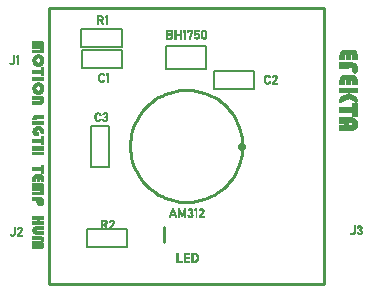
<source format=gbr>
%TF.GenerationSoftware,Novarm,DipTrace,3.2.0.1*%
%TF.CreationDate,2019-10-13T00:01:59+02:00*%
%FSLAX35Y35*%
%MOMM*%
%TF.FileFunction,Legend,Top*%
%TF.Part,Single*%
%ADD10C,0.25*%
%ADD12C,0.0762*%
%ADD13C,0.06667*%
%ADD14C,0.05*%
%ADD18C,0.2*%
%ADD25O,0.70039X0.70015*%
G75*
G01*
%LPD*%
X-189947Y-814950D2*
D10*
Y-685050D1*
X-1165000Y1165000D2*
X1165000D1*
Y-1165000D1*
X-1165000D1*
Y1165000D1*
X-475000Y0D2*
X-473843Y33134D1*
X-470378Y66107D1*
X-464621Y98758D1*
X-456600Y130928D1*
X-446355Y162460D1*
X-433936Y193200D1*
X-419403Y222999D1*
X-402826Y251712D1*
X-384288Y279198D1*
X-363877Y305324D1*
X-341693Y329963D1*
X-317845Y352994D1*
X-292448Y374305D1*
X-265627Y393793D1*
X-237512Y411362D1*
X-208240Y426927D1*
X-177953Y440412D1*
X-146799Y451752D1*
X-114931Y460890D1*
X-82502Y467784D1*
X-49672Y472398D1*
X-16600Y474711D1*
X16553D1*
X49625Y472398D1*
X82455Y467784D1*
X114883Y460890D1*
X146752Y451752D1*
X177906Y440412D1*
X208192Y426927D1*
X237464Y411362D1*
X265580Y393793D1*
X292401Y374305D1*
X317798Y352994D1*
X341646Y329963D1*
X363829Y305324D1*
X384240Y279198D1*
X402779Y251712D1*
X419356Y222999D1*
X433889Y193200D1*
X446308Y162460D1*
X456553Y130928D1*
X464573Y98758D1*
X470330Y66107D1*
X473796Y33134D1*
X474953Y0D1*
X473796Y-33134D1*
X470330Y-66107D1*
X464573Y-98758D1*
X456553Y-130928D1*
X446308Y-162460D1*
X433889Y-193200D1*
X419356Y-222999D1*
X402779Y-251712D1*
X384240Y-279198D1*
X363829Y-305324D1*
X341646Y-329963D1*
X317798Y-352994D1*
X292401Y-374305D1*
X265580Y-393793D1*
X237464Y-411362D1*
X208192Y-426927D1*
X177906Y-440412D1*
X146752Y-451752D1*
X114883Y-460890D1*
X82455Y-467784D1*
X49625Y-472398D1*
X16553Y-474711D1*
X-16600D1*
X-49672Y-472398D1*
X-82502Y-467784D1*
X-114931Y-460890D1*
X-146799Y-451752D1*
X-177953Y-440412D1*
X-208240Y-426927D1*
X-237512Y-411362D1*
X-265627Y-393793D1*
X-292448Y-374305D1*
X-317845Y-352994D1*
X-341693Y-329963D1*
X-363877Y-305324D1*
X-384288Y-279198D1*
X-402826Y-251712D1*
X-419403Y-222999D1*
X-433936Y-193200D1*
X-446355Y-162460D1*
X-456600Y-130928D1*
X-464621Y-98758D1*
X-470378Y-66107D1*
X-473843Y-33134D1*
X-475000Y0D1*
D25*
X473674Y-10118D3*
X233950Y638427D2*
D18*
X574567D1*
Y485800D1*
X233950D1*
Y638427D1*
X-803893Y165130D2*
X-651267D1*
Y-175487D1*
X-803893D1*
Y165130D1*
X-886563Y990090D2*
X-545947D1*
Y837463D1*
X-886563D1*
Y990090D1*
X-883900Y814737D2*
X-543283D1*
Y662110D1*
X-883900D1*
Y814737D1*
X-170667Y847230D2*
X169950D1*
Y653973D1*
X-170667D1*
Y847230D1*
X-839900Y-699907D2*
X-499283D1*
Y-852533D1*
X-839900D1*
Y-699907D1*
X-726860Y617660D2*
D14*
X-711860D1*
X-671860D2*
X-661860D1*
X-731658Y615160D2*
X-707447D1*
X-675409D2*
X-661860D1*
X-735506Y612660D2*
X-703805D1*
X-678209D2*
X-661860D1*
X-738405Y610160D2*
X-701077D1*
X-680373D2*
X-661860D1*
X-740531Y607660D2*
X-723859D1*
X-714861D2*
X-698909D1*
X-681144D2*
X-661860D1*
X-742104Y605160D2*
X-727733D1*
X-710994D2*
X-697085D1*
X-681579D2*
X-674360D1*
X-669360D2*
X-661860D1*
X-743212Y602660D2*
X-730742D1*
X-708041D2*
X-695754D1*
X-681860D2*
X-679360D1*
X-669360D2*
X-661860D1*
X-743930Y600160D2*
X-732952D1*
X-705970D2*
X-694936D1*
X-669360D2*
X-661860D1*
X-744557Y597660D2*
X-734570D1*
X-704360D2*
X-694360D1*
X-669360D2*
X-661860D1*
X-745290Y595160D2*
X-735689D1*
X-669360D2*
X-661860D1*
X-745985Y592660D2*
X-736327D1*
X-669360D2*
X-661860D1*
X-746441Y590160D2*
X-736639D1*
X-669360D2*
X-661860D1*
X-746680Y587660D2*
X-736774D1*
X-669360D2*
X-661860D1*
X-746789Y585160D2*
X-736828D1*
X-669360D2*
X-661860D1*
X-746833Y582660D2*
X-736849D1*
X-669360D2*
X-661860D1*
X-746850Y580160D2*
X-736856D1*
X-669360D2*
X-661860D1*
X-746857Y577660D2*
X-736859D1*
X-669360D2*
X-661860D1*
X-746849Y575160D2*
X-736860D1*
X-669360D2*
X-661860D1*
X-746762Y572660D2*
X-736850D1*
X-669360D2*
X-661860D1*
X-746444Y570160D2*
X-736762D1*
X-669360D2*
X-661860D1*
X-745845Y567660D2*
X-736434D1*
X-669360D2*
X-661860D1*
X-745194Y565160D2*
X-735738D1*
X-669360D2*
X-661860D1*
X-744670Y562660D2*
X-734671D1*
X-704360D2*
X-694360D1*
X-669360D2*
X-661860D1*
X-744110Y560160D2*
X-733093D1*
X-705840D2*
X-694842D1*
X-669360D2*
X-661860D1*
X-743308Y557660D2*
X-731003D1*
X-707810D2*
X-695792D1*
X-669360D2*
X-661860D1*
X-742207Y555160D2*
X-726266D1*
X-712498D2*
X-697145D1*
X-669360D2*
X-661860D1*
X-740719Y552660D2*
X-719647D1*
X-719090D2*
X-698738D1*
X-669360D2*
X-661860D1*
X-738635Y550160D2*
X-700837D1*
X-669360D2*
X-661860D1*
X-735662Y547660D2*
X-703836D1*
X-669360D2*
X-661860D1*
X-731590Y545160D2*
X-707663D1*
X-669360D2*
X-661860D1*
X-726860Y542660D2*
X-711860D1*
X-669360D2*
X-661860D1*
X677933Y602177D2*
X692933D1*
X737933D2*
X755433D1*
X673135Y599677D2*
X697347D1*
X734375D2*
X758691D1*
X669287Y597177D2*
X700988D1*
X731487D2*
X761202D1*
X666389Y594677D2*
X703717D1*
X729320D2*
X763089D1*
X664263Y592177D2*
X680934D1*
X689932D2*
X705884D1*
X727716D2*
X741312D1*
X749837D2*
X764616D1*
X662690Y589677D2*
X677060D1*
X693799D2*
X707708D1*
X726595D2*
X737982D1*
X753381D2*
X765882D1*
X661581Y587177D2*
X674051D1*
X696753D2*
X709039D1*
X725913D2*
X735338D1*
X756107D2*
X766762D1*
X660863Y584677D2*
X671842D1*
X698823D2*
X709857D1*
X725433D2*
X732933D1*
X757178D2*
X767246D1*
X660237Y582177D2*
X670223D1*
X700433D2*
X710433D1*
X757191D2*
X766756D1*
X659504Y579677D2*
X669104D1*
X756690D2*
X766112D1*
X658809Y577177D2*
X668466D1*
X755802D2*
X765389D1*
X658352Y574677D2*
X668155D1*
X754701D2*
X764477D1*
X658113Y572177D2*
X668019D1*
X753424D2*
X763330D1*
X658005Y569677D2*
X667965D1*
X751880D2*
X761925D1*
X657960Y567177D2*
X667944D1*
X750038D2*
X760340D1*
X657943Y564677D2*
X667937D1*
X748142D2*
X758735D1*
X657937Y562177D2*
X667935D1*
X746367D2*
X757016D1*
X657944Y559677D2*
X667934D1*
X744559D2*
X755092D1*
X658031Y557177D2*
X667943D1*
X742524D2*
X753163D1*
X658350Y554677D2*
X668031D1*
X740351D2*
X751375D1*
X658948Y552177D2*
X668359D1*
X738278D2*
X749572D1*
X659599Y549677D2*
X669056D1*
X736422D2*
X747613D1*
X660123Y547177D2*
X670123D1*
X700433D2*
X710433D1*
X734590D2*
X745670D1*
X660683Y544677D2*
X671701D1*
X698953D2*
X709952D1*
X732620D2*
X743877D1*
X661486Y542177D2*
X673790D1*
X696983D2*
X709002D1*
X730682D2*
X742063D1*
X662587Y539677D2*
X678528D1*
X692295D2*
X707648D1*
X728985D2*
X740018D1*
X664074Y537177D2*
X685147D1*
X685703D2*
X706055D1*
X727587D2*
X737769D1*
X666159Y534677D2*
X703956D1*
X726555D2*
X767933D1*
X669131Y532177D2*
X700958D1*
X725946D2*
X767933D1*
X673204Y529677D2*
X697131D1*
X725632D2*
X767933D1*
X677933Y527177D2*
X692933D1*
X725433D2*
X767933D1*
X-757523Y285500D2*
X-742523D1*
X-697523D2*
X-682523D1*
X-762322Y283000D2*
X-738110D1*
X-701082D2*
X-678879D1*
X-766170Y280500D2*
X-734468D1*
X-703970D2*
X-675759D1*
X-769068Y278000D2*
X-731740D1*
X-706136D2*
X-673312D1*
X-771194Y275500D2*
X-754522D1*
X-745524D2*
X-729573D1*
X-707741D2*
X-695023D1*
X-685911D2*
X-671391D1*
X-772767Y273000D2*
X-758396D1*
X-741657D2*
X-727749D1*
X-708862D2*
X-697523D1*
X-682666D2*
X-670688D1*
X-773875Y270500D2*
X-761405D1*
X-738704D2*
X-726417D1*
X-709544D2*
X-700023D1*
X-680402D2*
X-670306D1*
X-774593Y268000D2*
X-763615D1*
X-736633D2*
X-725600D1*
X-710023D2*
X-702523D1*
X-678728D2*
X-670144D1*
X-775220Y265500D2*
X-765233D1*
X-735023D2*
X-725023D1*
X-678290D2*
X-670162D1*
X-775953Y263000D2*
X-766352D1*
X-678946D2*
X-670464D1*
X-776648Y260500D2*
X-766991D1*
X-680025D2*
X-671160D1*
X-777104Y258000D2*
X-767302D1*
X-682835D2*
X-672309D1*
X-777343Y255500D2*
X-767437D1*
X-686193D2*
X-674138D1*
X-777452Y253000D2*
X-767492D1*
X-689479D2*
X-676836D1*
X-777497Y250500D2*
X-767512D1*
X-691108D2*
X-680023D1*
X-777514Y248000D2*
X-767520D1*
X-691625D2*
X-677065D1*
X-777520Y245500D2*
X-767522D1*
X-688187D2*
X-674528D1*
X-777512Y243000D2*
X-767523D1*
X-684524D2*
X-672530D1*
X-777425Y240500D2*
X-767513D1*
X-681495D2*
X-670920D1*
X-777107Y238000D2*
X-767426D1*
X-679136D2*
X-669599D1*
X-776508Y235500D2*
X-767097D1*
X-678301D2*
X-668611D1*
X-775858Y233000D2*
X-766401D1*
X-677863D2*
X-668035D1*
X-775334Y230500D2*
X-765334D1*
X-735023D2*
X-725023D1*
X-677769D2*
X-667831D1*
X-774773Y228000D2*
X-763756D1*
X-736504D2*
X-725505D1*
X-712523D2*
X-702523D1*
X-677930D2*
X-668032D1*
X-773971Y225500D2*
X-761667D1*
X-738474D2*
X-726455D1*
X-711564D2*
X-700878D1*
X-679294D2*
X-668666D1*
X-772870Y223000D2*
X-756929D1*
X-743162D2*
X-727809D1*
X-710402D2*
X-696531D1*
X-683569D2*
X-669626D1*
X-771382Y220500D2*
X-750310D1*
X-749754D2*
X-729402D1*
X-708902D2*
X-690148D1*
X-689917D2*
X-670849D1*
X-769298Y218000D2*
X-731501D1*
X-706906D2*
X-672551D1*
X-766326Y215500D2*
X-734499D1*
X-704318D2*
X-675106D1*
X-762253Y213000D2*
X-738326D1*
X-701099D2*
X-678594D1*
X-757523Y210500D2*
X-742523D1*
X-697523D2*
X-682523D1*
X-82440Y-907047D2*
X-72440D1*
X-19940D2*
X27560D1*
X45060D2*
X80060D1*
X-82440Y-909547D2*
X-72440D1*
X-19940D2*
X27560D1*
X45060D2*
X84473D1*
X-82440Y-912047D2*
X-72440D1*
X-19940D2*
X27560D1*
X45060D2*
X88105D1*
X-82440Y-914547D2*
X-72440D1*
X-19940D2*
X27560D1*
X45060D2*
X90755D1*
X-82440Y-917047D2*
X-72440D1*
X-19940D2*
X-9940D1*
X45060D2*
X55060D1*
X77059D2*
X92692D1*
X-82440Y-919547D2*
X-72440D1*
X-19940D2*
X-9940D1*
X45060D2*
X55060D1*
X80923D2*
X94235D1*
X-82440Y-922047D2*
X-72440D1*
X-19940D2*
X-9940D1*
X45060D2*
X55060D1*
X83844D2*
X95516D1*
X-82440Y-924547D2*
X-72440D1*
X-19940D2*
X-9940D1*
X45060D2*
X55060D1*
X86064D2*
X96485D1*
X-82440Y-927047D2*
X-72440D1*
X-19940D2*
X-9940D1*
X45060D2*
X55060D1*
X86837D2*
X97063D1*
X-82440Y-929547D2*
X-72440D1*
X-19940D2*
X-9940D1*
X45060D2*
X55060D1*
X87253D2*
X97351D1*
X-82440Y-932047D2*
X-72440D1*
X-19940D2*
X-9940D1*
X45060D2*
X55060D1*
X87440D2*
X97478D1*
X-82440Y-934547D2*
X-72440D1*
X-19940D2*
X-9940D1*
X45060D2*
X55060D1*
X87516D2*
X97530D1*
X-82440Y-937047D2*
X-72440D1*
X-19940D2*
X-9940D1*
X45060D2*
X55060D1*
X87545D2*
X97549D1*
X-82440Y-939547D2*
X-72440D1*
X-19940D2*
X-9940D1*
X45060D2*
X55060D1*
X87555D2*
X97556D1*
X-82440Y-942047D2*
X-72440D1*
X-19940D2*
X22560D1*
X45060D2*
X55060D1*
X87558D2*
X97559D1*
X-82440Y-944547D2*
X-72440D1*
X-19940D2*
X22560D1*
X45060D2*
X55060D1*
X87559D2*
X97560D1*
X-82440Y-947047D2*
X-72440D1*
X-19940D2*
X22560D1*
X45060D2*
X55060D1*
X87560D2*
X97560D1*
X-82440Y-949547D2*
X-72440D1*
X-19940D2*
X22560D1*
X45060D2*
X55060D1*
X87560D2*
X97560D1*
X-82440Y-952047D2*
X-72440D1*
X-19940D2*
X-9940D1*
X45060D2*
X55060D1*
X87560D2*
X97560D1*
X-82440Y-954547D2*
X-72440D1*
X-19940D2*
X-9940D1*
X45060D2*
X55060D1*
X87560D2*
X97560D1*
X-82440Y-957047D2*
X-72440D1*
X-19940D2*
X-9940D1*
X45060D2*
X55060D1*
X87550D2*
X97550D1*
X-82440Y-959547D2*
X-72440D1*
X-19940D2*
X-9940D1*
X45060D2*
X55060D1*
X87453D2*
X97462D1*
X-82440Y-962047D2*
X-72440D1*
X-19940D2*
X-9940D1*
X45060D2*
X55060D1*
X87027D2*
X97134D1*
X-82440Y-964547D2*
X-72440D1*
X-19940D2*
X-9940D1*
X45060D2*
X55060D1*
X86217D2*
X96447D1*
X-82440Y-967047D2*
X-72440D1*
X-19940D2*
X-9940D1*
X45060D2*
X55060D1*
X83882D2*
X95478D1*
X-82440Y-969547D2*
X-72440D1*
X-19940D2*
X-9940D1*
X45060D2*
X55060D1*
X77034D2*
X94336D1*
X-82440Y-972047D2*
X-72440D1*
X-19940D2*
X-9940D1*
X45060D2*
X55060D1*
X66116D2*
X92949D1*
X-82440Y-974547D2*
X-34940D1*
X-19940D2*
X27560D1*
X45060D2*
X90976D1*
X-82440Y-977047D2*
X-34940D1*
X-19940D2*
X27560D1*
X45060D2*
X88041D1*
X-82440Y-979547D2*
X-34940D1*
X-19940D2*
X27560D1*
X45060D2*
X84242D1*
X-82440Y-982047D2*
X-34940D1*
X-19940D2*
X27560D1*
X45060D2*
X80060D1*
X-1466403Y767350D2*
X-1456403D1*
X-1431403D2*
X-1421403D1*
X-1466403Y764850D2*
X-1456403D1*
X-1434952D2*
X-1421403D1*
X-1466403Y762350D2*
X-1456403D1*
X-1437752D2*
X-1421403D1*
X-1466403Y759850D2*
X-1456403D1*
X-1439916D2*
X-1421403D1*
X-1466403Y757350D2*
X-1456403D1*
X-1440687D2*
X-1421403D1*
X-1466403Y754850D2*
X-1456403D1*
X-1441122D2*
X-1433903D1*
X-1428903D2*
X-1421403D1*
X-1466403Y752350D2*
X-1456403D1*
X-1441403D2*
X-1438903D1*
X-1428903D2*
X-1421403D1*
X-1466403Y749850D2*
X-1456403D1*
X-1428903D2*
X-1421403D1*
X-1466403Y747350D2*
X-1456403D1*
X-1428903D2*
X-1421403D1*
X-1466403Y744850D2*
X-1456403D1*
X-1428903D2*
X-1421403D1*
X-1466403Y742350D2*
X-1456403D1*
X-1428903D2*
X-1421403D1*
X-1466403Y739850D2*
X-1456403D1*
X-1428903D2*
X-1421403D1*
X-1466403Y737350D2*
X-1456403D1*
X-1428903D2*
X-1421403D1*
X-1466403Y734850D2*
X-1456403D1*
X-1428903D2*
X-1421403D1*
X-1466403Y732350D2*
X-1456403D1*
X-1428903D2*
X-1421403D1*
X-1466403Y729850D2*
X-1456403D1*
X-1428903D2*
X-1421403D1*
X-1466403Y727350D2*
X-1456403D1*
X-1428903D2*
X-1421403D1*
X-1466403Y724850D2*
X-1456403D1*
X-1428903D2*
X-1421403D1*
X-1466403Y722350D2*
X-1456403D1*
X-1428903D2*
X-1421403D1*
X-1466403Y719850D2*
X-1456403D1*
X-1428903D2*
X-1421403D1*
X-1466413Y717350D2*
X-1456413D1*
X-1428903D2*
X-1421403D1*
X-1466501Y714850D2*
X-1456501D1*
X-1428903D2*
X-1421403D1*
X-1466839Y712350D2*
X-1456820D1*
X-1428903D2*
X-1421403D1*
X-1467672Y709850D2*
X-1457428D1*
X-1428903D2*
X-1421403D1*
X-1468963Y707350D2*
X-1458167D1*
X-1428903D2*
X-1421403D1*
X-1493903Y704850D2*
X-1491403D1*
X-1473381D2*
X-1459019D1*
X-1428903D2*
X-1421403D1*
X-1496403Y702350D2*
X-1481716D1*
X-1480347D2*
X-1460276D1*
X-1428903D2*
X-1421403D1*
X-1498903Y699850D2*
X-1462133D1*
X-1428903D2*
X-1421403D1*
X-1495484Y697350D2*
X-1464654D1*
X-1428903D2*
X-1421403D1*
X-1491230Y694850D2*
X-1467844D1*
X-1428903D2*
X-1421403D1*
X-1486403Y692350D2*
X-1471403D1*
X-1428903D2*
X-1421403D1*
X-1460443Y-685037D2*
X-1450443D1*
X-1420443D2*
X-1402943D1*
X-1460443Y-687537D2*
X-1450443D1*
X-1424002D2*
X-1399685D1*
X-1460443Y-690037D2*
X-1450443D1*
X-1426890D2*
X-1397175D1*
X-1460443Y-692537D2*
X-1450443D1*
X-1429056D2*
X-1395287D1*
X-1460443Y-695037D2*
X-1450443D1*
X-1430661D2*
X-1417064D1*
X-1408540D2*
X-1393761D1*
X-1460443Y-697537D2*
X-1450443D1*
X-1431782D2*
X-1420395D1*
X-1404996D2*
X-1392495D1*
X-1460443Y-700037D2*
X-1450443D1*
X-1432464D2*
X-1423039D1*
X-1402270D2*
X-1391615D1*
X-1460443Y-702537D2*
X-1450443D1*
X-1432943D2*
X-1425443D1*
X-1401199D2*
X-1391131D1*
X-1460443Y-705037D2*
X-1450443D1*
X-1401186D2*
X-1391620D1*
X-1460443Y-707537D2*
X-1450443D1*
X-1401687D2*
X-1392264D1*
X-1460443Y-710037D2*
X-1450443D1*
X-1402575D2*
X-1392988D1*
X-1460443Y-712537D2*
X-1450443D1*
X-1403676D2*
X-1393899D1*
X-1460443Y-715037D2*
X-1450443D1*
X-1404953D2*
X-1395047D1*
X-1460443Y-717537D2*
X-1450443D1*
X-1406496D2*
X-1396451D1*
X-1460443Y-720037D2*
X-1450443D1*
X-1408339D2*
X-1398037D1*
X-1460443Y-722537D2*
X-1450443D1*
X-1410235D2*
X-1399642D1*
X-1460443Y-725037D2*
X-1450443D1*
X-1412009D2*
X-1401361D1*
X-1460443Y-727537D2*
X-1450443D1*
X-1413817D2*
X-1403284D1*
X-1460443Y-730037D2*
X-1450443D1*
X-1415852D2*
X-1405214D1*
X-1460443Y-732537D2*
X-1450443D1*
X-1418025D2*
X-1407002D1*
X-1460453Y-735037D2*
X-1450453D1*
X-1420098D2*
X-1408805D1*
X-1460541Y-737537D2*
X-1450541D1*
X-1421955D2*
X-1410763D1*
X-1460879Y-740037D2*
X-1450860D1*
X-1423787D2*
X-1412707D1*
X-1461712Y-742537D2*
X-1451468D1*
X-1425757D2*
X-1414500D1*
X-1463003Y-745037D2*
X-1452207D1*
X-1427695D2*
X-1416314D1*
X-1487943Y-747537D2*
X-1485443D1*
X-1467421D2*
X-1453059D1*
X-1429391D2*
X-1418359D1*
X-1490443Y-750037D2*
X-1475756D1*
X-1474387D2*
X-1454316D1*
X-1430790D2*
X-1420608D1*
X-1492943Y-752537D2*
X-1456173D1*
X-1431822D2*
X-1390443D1*
X-1489524Y-755037D2*
X-1458694D1*
X-1432430D2*
X-1390443D1*
X-1485270Y-757537D2*
X-1461884D1*
X-1432745D2*
X-1390443D1*
X-1480443Y-760037D2*
X-1465443D1*
X-1432943D2*
X-1390443D1*
X1417537Y-673067D2*
X1427537D1*
X1457537D2*
X1472537D1*
X1417537Y-675567D2*
X1427537D1*
X1453978D2*
X1476181D1*
X1417537Y-678067D2*
X1427537D1*
X1451090D2*
X1479301D1*
X1417537Y-680567D2*
X1427537D1*
X1448924D2*
X1481748D1*
X1417537Y-683067D2*
X1427537D1*
X1447319D2*
X1460037D1*
X1469149D2*
X1483669D1*
X1417537Y-685567D2*
X1427537D1*
X1446198D2*
X1457537D1*
X1472394D2*
X1484372D1*
X1417537Y-688067D2*
X1427537D1*
X1445516D2*
X1455037D1*
X1474658D2*
X1484754D1*
X1417537Y-690567D2*
X1427537D1*
X1445037D2*
X1452537D1*
X1476332D2*
X1484916D1*
X1417537Y-693067D2*
X1427537D1*
X1476770D2*
X1484898D1*
X1417537Y-695567D2*
X1427537D1*
X1476114D2*
X1484596D1*
X1417537Y-698067D2*
X1427537D1*
X1475035D2*
X1483900D1*
X1417537Y-700567D2*
X1427537D1*
X1472225D2*
X1482751D1*
X1417537Y-703067D2*
X1427537D1*
X1468867D2*
X1480922D1*
X1417537Y-705567D2*
X1427537D1*
X1465581D2*
X1478224D1*
X1417537Y-708067D2*
X1427537D1*
X1463952D2*
X1475037D1*
X1417537Y-710567D2*
X1427537D1*
X1463435D2*
X1477995D1*
X1417537Y-713067D2*
X1427537D1*
X1466873D2*
X1480532D1*
X1417537Y-715567D2*
X1427537D1*
X1470536D2*
X1482530D1*
X1417537Y-718067D2*
X1427537D1*
X1473565D2*
X1484140D1*
X1417537Y-720567D2*
X1427537D1*
X1475924D2*
X1485461D1*
X1417527Y-723067D2*
X1427527D1*
X1476759D2*
X1486449D1*
X1417439Y-725567D2*
X1427439D1*
X1477197D2*
X1487025D1*
X1417101Y-728067D2*
X1427120D1*
X1477291D2*
X1487229D1*
X1416268Y-730567D2*
X1426512D1*
X1442537D2*
X1452537D1*
X1477130D2*
X1487028D1*
X1414977Y-733067D2*
X1425773D1*
X1443496D2*
X1454182D1*
X1475766D2*
X1486394D1*
X1390037Y-735567D2*
X1392537D1*
X1410559D2*
X1424921D1*
X1444658D2*
X1458529D1*
X1471491D2*
X1485434D1*
X1387537Y-738067D2*
X1402224D1*
X1403593D2*
X1423664D1*
X1446158D2*
X1464912D1*
X1465143D2*
X1484211D1*
X1385037Y-740567D2*
X1421807D1*
X1448154D2*
X1482509D1*
X1388456Y-743067D2*
X1419286D1*
X1450742D2*
X1479954D1*
X1392710Y-745567D2*
X1416096D1*
X1453961D2*
X1476466D1*
X1397537Y-748067D2*
X1412537D1*
X1457537D2*
X1472537D1*
X-757067Y1104793D2*
X-719567D1*
X-679567D2*
X-669567D1*
X-757067Y1102293D2*
X-715922D1*
X-683116D2*
X-669567D1*
X-757067Y1099793D2*
X-712802D1*
X-685916D2*
X-669567D1*
X-757067Y1097293D2*
X-710345D1*
X-688080D2*
X-669567D1*
X-757067Y1094793D2*
X-747067D1*
X-722954D2*
X-708611D1*
X-688850D2*
X-669567D1*
X-757067Y1092293D2*
X-747067D1*
X-719709D2*
X-707383D1*
X-689286D2*
X-682067D1*
X-677067D2*
X-669567D1*
X-757067Y1089793D2*
X-747067D1*
X-717436D2*
X-706352D1*
X-689567D2*
X-687067D1*
X-677067D2*
X-669567D1*
X-757067Y1087293D2*
X-747067D1*
X-715732D2*
X-705536D1*
X-677067D2*
X-669567D1*
X-757067Y1084793D2*
X-747067D1*
X-715228D2*
X-705114D1*
X-677067D2*
X-669567D1*
X-757067Y1082293D2*
X-747067D1*
X-715040D2*
X-705174D1*
X-677067D2*
X-669567D1*
X-757067Y1079793D2*
X-747067D1*
X-715665D2*
X-705667D1*
X-677067D2*
X-669567D1*
X-757067Y1077293D2*
X-747067D1*
X-717341D2*
X-706358D1*
X-677067D2*
X-669567D1*
X-757067Y1074793D2*
X-747067D1*
X-723927D2*
X-707192D1*
X-677067D2*
X-669567D1*
X-757067Y1072293D2*
X-747067D1*
X-735223D2*
X-708442D1*
X-677067D2*
X-669567D1*
X-757067Y1069793D2*
X-710280D1*
X-677067D2*
X-669567D1*
X-757067Y1067293D2*
X-712627D1*
X-677067D2*
X-669567D1*
X-757067Y1064793D2*
X-715062D1*
X-677067D2*
X-669567D1*
X-757067Y1062293D2*
X-717201D1*
X-677067D2*
X-669567D1*
X-757067Y1059793D2*
X-747067D1*
X-729963D2*
X-717718D1*
X-677067D2*
X-669567D1*
X-757067Y1057293D2*
X-747067D1*
X-728170D2*
X-717029D1*
X-677067D2*
X-669567D1*
X-757067Y1054793D2*
X-747067D1*
X-726646D2*
X-715877D1*
X-677067D2*
X-669567D1*
X-757067Y1052293D2*
X-747067D1*
X-725271D2*
X-714414D1*
X-677067D2*
X-669567D1*
X-757067Y1049793D2*
X-747067D1*
X-723972D2*
X-712941D1*
X-677067D2*
X-669567D1*
X-757067Y1047293D2*
X-747067D1*
X-722701D2*
X-711557D1*
X-677067D2*
X-669567D1*
X-757067Y1044793D2*
X-747067D1*
X-721446D2*
X-710238D1*
X-677067D2*
X-669567D1*
X-757067Y1042293D2*
X-747067D1*
X-720192D2*
X-708961D1*
X-677067D2*
X-669567D1*
X-757067Y1039793D2*
X-747067D1*
X-718943D2*
X-707697D1*
X-677067D2*
X-669567D1*
X-757067Y1037293D2*
X-747067D1*
X-717699D2*
X-706437D1*
X-677067D2*
X-669567D1*
X-757067Y1034793D2*
X-747067D1*
X-716515D2*
X-705119D1*
X-677067D2*
X-669567D1*
X-757067Y1032293D2*
X-747067D1*
X-715474D2*
X-703660D1*
X-677067D2*
X-669567D1*
X-757067Y1029793D2*
X-747067D1*
X-714567D2*
X-702067D1*
X-677067D2*
X-669567D1*
X-169347Y983147D2*
X-131847D1*
X-99347D2*
X-89347D1*
X-54347D2*
X-46847D1*
X-19347D2*
X-9347D1*
X10653D2*
X50653D1*
X68153D2*
X105653D1*
X140653D2*
X155653D1*
X-169347Y980647D2*
X-127435D1*
X-99347D2*
X-89347D1*
X-54347D2*
X-46847D1*
X-22896D2*
X-9347D1*
X10653D2*
X50644D1*
X68153D2*
X105653D1*
X137009D2*
X159298D1*
X-169347Y978147D2*
X-124206D1*
X-99347D2*
X-89347D1*
X-54347D2*
X-46847D1*
X-25696D2*
X-9347D1*
X10653D2*
X50556D1*
X68153D2*
X105653D1*
X133889D2*
X162418D1*
X-169347Y975647D2*
X-121955D1*
X-99347D2*
X-89347D1*
X-54347D2*
X-46847D1*
X-27860D2*
X-9347D1*
X10653D2*
X50237D1*
X68153D2*
X105653D1*
X131442D2*
X164865D1*
X-169347Y973147D2*
X-159347D1*
X-131952D2*
X-120267D1*
X-99347D2*
X-89347D1*
X-54347D2*
X-46847D1*
X-28630D2*
X-9347D1*
X10653D2*
X18153D1*
X40267D2*
X49629D1*
X68153D2*
X78153D1*
X129521D2*
X143750D1*
X152557D2*
X166786D1*
X-169347Y970647D2*
X-159347D1*
X-129870D2*
X-118926D1*
X-99347D2*
X-89347D1*
X-54347D2*
X-46847D1*
X-29066D2*
X-21847D1*
X-16847D2*
X-9347D1*
X10653D2*
X18153D1*
X39637D2*
X48900D1*
X68153D2*
X78153D1*
X128722D2*
X140206D1*
X156101D2*
X167489D1*
X-169347Y968147D2*
X-159347D1*
X-128385D2*
X-117944D1*
X-99347D2*
X-89347D1*
X-54347D2*
X-46847D1*
X-29347D2*
X-26847D1*
X-16847D2*
X-9347D1*
X10653D2*
X18153D1*
X38902D2*
X48145D1*
X68153D2*
X78153D1*
X128021D2*
X137480D1*
X158827D2*
X167870D1*
X-169347Y965647D2*
X-159347D1*
X-127551D2*
X-117446D1*
X-99347D2*
X-89347D1*
X-54347D2*
X-46847D1*
X-16847D2*
X-9347D1*
X10653D2*
X18153D1*
X38146D2*
X47314D1*
X68153D2*
X78163D1*
X127249D2*
X136533D1*
X159774D2*
X168042D1*
X-169347Y963147D2*
X-159347D1*
X-127241D2*
X-117483D1*
X-99347D2*
X-89347D1*
X-54347D2*
X-46847D1*
X-16847D2*
X-9347D1*
X10653D2*
X18153D1*
X37305D2*
X46558D1*
X68153D2*
X78258D1*
X126538D2*
X136025D1*
X160282D2*
X168112D1*
X-169347Y960647D2*
X-159347D1*
X-127255D2*
X-118051D1*
X-99347D2*
X-89347D1*
X-54347D2*
X-46847D1*
X-16847D2*
X-9347D1*
X36470D2*
X45990D1*
X68153D2*
X78645D1*
X126076D2*
X135798D1*
X160509D2*
X168139D1*
X-169347Y958147D2*
X-159347D1*
X-128563D2*
X-119057D1*
X-99347D2*
X-89347D1*
X-54347D2*
X-46847D1*
X-16847D2*
X-9347D1*
X35671D2*
X45423D1*
X68153D2*
X79499D1*
X83153D2*
X95653D1*
X125834D2*
X135706D1*
X160600D2*
X168148D1*
X-169347Y955647D2*
X-159347D1*
X-134738D2*
X-120478D1*
X-99347D2*
X-89347D1*
X-54347D2*
X-46847D1*
X-16847D2*
X-9347D1*
X34824D2*
X44702D1*
X68153D2*
X99212D1*
X125725D2*
X135672D1*
X160635D2*
X168152D1*
X-169347Y953147D2*
X-159347D1*
X-145519D2*
X-122252D1*
X-99347D2*
X-89347D1*
X-54347D2*
X-46847D1*
X-16847D2*
X-9347D1*
X34061D2*
X43927D1*
X68153D2*
X102100D1*
X125680D2*
X135660D1*
X160647D2*
X168153D1*
X-169347Y950647D2*
X-123933D1*
X-99347D2*
X-89347D1*
X-54347D2*
X-46847D1*
X-16847D2*
X-9347D1*
X33491D2*
X43155D1*
X68153D2*
X104266D1*
X125663D2*
X135655D1*
X160651D2*
X168153D1*
X-169347Y948147D2*
X-125253D1*
X-99347D2*
X-46847D1*
X-16847D2*
X-9347D1*
X32923D2*
X42308D1*
X68153D2*
X83613D1*
X93058D2*
X105870D1*
X125657D2*
X135654D1*
X160653D2*
X168153D1*
X-169347Y945647D2*
X-125037D1*
X-99347D2*
X-46847D1*
X-16847D2*
X-9347D1*
X32202D2*
X41471D1*
X68153D2*
X79490D1*
X95228D2*
X106984D1*
X125654D2*
X135654D1*
X160653D2*
X168153D1*
X-169347Y943147D2*
X-123484D1*
X-99347D2*
X-46847D1*
X-16847D2*
X-9347D1*
X31427D2*
X40672D1*
X68153D2*
X75653D1*
X97031D2*
X107621D1*
X125654D2*
X135653D1*
X160653D2*
X168153D1*
X-169347Y940647D2*
X-159347D1*
X-131942D2*
X-121585D1*
X-99347D2*
X-46847D1*
X-16847D2*
X-9347D1*
X30655D2*
X39824D1*
X98474D2*
X107932D1*
X125653D2*
X135653D1*
X160653D2*
X168153D1*
X-169347Y938147D2*
X-159347D1*
X-129772D2*
X-119727D1*
X-99347D2*
X-89347D1*
X-54347D2*
X-46847D1*
X-16847D2*
X-9347D1*
X29808D2*
X39061D1*
X99523D2*
X108067D1*
X125653D2*
X135653D1*
X160653D2*
X168153D1*
X-169347Y935647D2*
X-159347D1*
X-127979D2*
X-118333D1*
X-99347D2*
X-89347D1*
X-54347D2*
X-46847D1*
X-16847D2*
X-9347D1*
X28971D2*
X38491D1*
X100125D2*
X108122D1*
X125663D2*
X135653D1*
X160653D2*
X168153D1*
X-169347Y933147D2*
X-159347D1*
X-126624D2*
X-117523D1*
X-99347D2*
X-89347D1*
X-54347D2*
X-46847D1*
X-16847D2*
X-9347D1*
X28172D2*
X37923D1*
X100339D2*
X108142D1*
X125751D2*
X135653D1*
X160653D2*
X168153D1*
X-169347Y930647D2*
X-159347D1*
X-125622D2*
X-117127D1*
X-99347D2*
X-89347D1*
X-54347D2*
X-46847D1*
X-16847D2*
X-9347D1*
X27324D2*
X37202D1*
X100143D2*
X108150D1*
X126070D2*
X135663D1*
X160644D2*
X168153D1*
X-169347Y928147D2*
X-159347D1*
X-125927D2*
X-116965D1*
X-99347D2*
X-89347D1*
X-54347D2*
X-46847D1*
X-16847D2*
X-9347D1*
X26561D2*
X36427D1*
X99500D2*
X108142D1*
X126668D2*
X135771D1*
X160536D2*
X168153D1*
X-169347Y925647D2*
X-159347D1*
X-126596D2*
X-116984D1*
X-99347D2*
X-89347D1*
X-54347D2*
X-46847D1*
X-16847D2*
X-9347D1*
X25991D2*
X35655D1*
X68153D2*
X75653D1*
X98433D2*
X108055D1*
X127319D2*
X136034D1*
X160272D2*
X168144D1*
X-169347Y923147D2*
X-159347D1*
X-128564D2*
X-117287D1*
X-99347D2*
X-89347D1*
X-54347D2*
X-46847D1*
X-16847D2*
X-9347D1*
X25423D2*
X34808D1*
X68549D2*
X77299D1*
X97062D2*
X107727D1*
X127853D2*
X137416D1*
X158891D2*
X168046D1*
X-169347Y920647D2*
X-159347D1*
X-135604D2*
X-117974D1*
X-99347D2*
X-89347D1*
X-54347D2*
X-46847D1*
X-16847D2*
X-9347D1*
X24702D2*
X33971D1*
X69267D2*
X81646D1*
X93751D2*
X107031D1*
X128501D2*
X141695D1*
X154612D2*
X167630D1*
X-169347Y918147D2*
X-159347D1*
X-147238D2*
X-119038D1*
X-99347D2*
X-89347D1*
X-54347D2*
X-46847D1*
X-16847D2*
X-9347D1*
X23927D2*
X33172D1*
X70340D2*
X88028D1*
X88938D2*
X105964D1*
X129632D2*
X148046D1*
X148261D2*
X166605D1*
X-169347Y915647D2*
X-120583D1*
X-99347D2*
X-89347D1*
X-54347D2*
X-46847D1*
X-16847D2*
X-9347D1*
X23153D2*
X32324D1*
X71888D2*
X104418D1*
X131427D2*
X164854D1*
X-169347Y913147D2*
X-122855D1*
X-99347D2*
X-89347D1*
X-54347D2*
X-46847D1*
X-16847D2*
X-9347D1*
X22294D2*
X31564D1*
X74161D2*
X102146D1*
X133921D2*
X162376D1*
X-169347Y910647D2*
X-125892D1*
X-99347D2*
X-89347D1*
X-54347D2*
X-46847D1*
X-16847D2*
X-9347D1*
X21438D2*
X31042D1*
X77199D2*
X99108D1*
X137100D2*
X159204D1*
X-169347Y908147D2*
X-129347D1*
X-99347D2*
X-89347D1*
X-54347D2*
X-46847D1*
X-16847D2*
X-9347D1*
X20653D2*
X30653D1*
X80653D2*
X95653D1*
X140653D2*
X155653D1*
X-120757Y-527967D2*
X-110757D1*
X-70757D2*
X-60757D1*
X-15757D2*
X-5757D1*
X24243D2*
X39243D1*
X76743D2*
X86743D1*
X119243D2*
X136743D1*
X-121143Y-530467D2*
X-110361D1*
X-70757D2*
X-59892D1*
X-16621D2*
X-5757D1*
X20685D2*
X42888D1*
X73194D2*
X86743D1*
X115685D2*
X140001D1*
X-121773Y-532967D2*
X-109653D1*
X-70757D2*
X-59060D1*
X-17453D2*
X-5757D1*
X17797D2*
X46008D1*
X70394D2*
X86743D1*
X112797D2*
X142512D1*
X-122508Y-535467D2*
X-108687D1*
X-70757D2*
X-58258D1*
X-18255D2*
X-5757D1*
X15630D2*
X48455D1*
X68230D2*
X86743D1*
X110630D2*
X144399D1*
X-123274Y-537967D2*
X-107641D1*
X-70757D2*
X-57326D1*
X-19187D2*
X-5757D1*
X14026D2*
X26743D1*
X35856D2*
X50376D1*
X67460D2*
X86743D1*
X109026D2*
X122622D1*
X131147D2*
X145926D1*
X-124193Y-540467D2*
X-106679D1*
X-70757D2*
X-56247D1*
X-20267D2*
X-5757D1*
X12905D2*
X24243D1*
X39101D2*
X51079D1*
X67024D2*
X74243D1*
X79243D2*
X86743D1*
X107905D2*
X119292D1*
X134691D2*
X147192D1*
X-125259Y-542967D2*
X-105819D1*
X-70757D2*
X-55079D1*
X-21434D2*
X-5757D1*
X12223D2*
X21743D1*
X41364D2*
X51460D1*
X66743D2*
X69243D1*
X79243D2*
X86743D1*
X107223D2*
X116648D1*
X137417D2*
X148072D1*
X-126347Y-545467D2*
X-118643D1*
X-112870D2*
X-104934D1*
X-70757D2*
X-53860D1*
X-22653D2*
X-5757D1*
X11743D2*
X19243D1*
X43039D2*
X51623D1*
X79243D2*
X86743D1*
X106743D2*
X114243D1*
X138488D2*
X148556D1*
X-127325Y-547967D2*
X-119273D1*
X-112241D2*
X-104083D1*
X-70757D2*
X-52625D1*
X-23888D2*
X-5757D1*
X43476D2*
X51605D1*
X79243D2*
X86743D1*
X138501D2*
X148066D1*
X-128192Y-550467D2*
X-120008D1*
X-111506D2*
X-103268D1*
X-70757D2*
X-51388D1*
X-25125D2*
X-5757D1*
X42821D2*
X51303D1*
X79243D2*
X86743D1*
X138000D2*
X147422D1*
X-129078Y-552967D2*
X-120764D1*
X-110749D2*
X-102331D1*
X-70757D2*
X-50220D1*
X-26294D2*
X-5757D1*
X41742D2*
X50606D1*
X79243D2*
X86743D1*
X137112D2*
X146699D1*
X-129930Y-555467D2*
X-121605D1*
X-109908D2*
X-101258D1*
X-70757D2*
X-49209D1*
X-27305D2*
X-5757D1*
X38931D2*
X49458D1*
X79243D2*
X86743D1*
X136011D2*
X145787D1*
X-130745Y-557967D2*
X-122440D1*
X-109073D2*
X-100167D1*
X-70757D2*
X-48319D1*
X-28194D2*
X-21143D1*
X-15757D2*
X-5757D1*
X35574D2*
X47628D1*
X79243D2*
X86743D1*
X134734D2*
X144640D1*
X-131683Y-560467D2*
X-123239D1*
X-108275D2*
X-99189D1*
X-70757D2*
X-60757D1*
X-55361D2*
X-47350D1*
X-29163D2*
X-21773D1*
X-15757D2*
X-5757D1*
X32288D2*
X44930D1*
X79243D2*
X86743D1*
X133190D2*
X143235D1*
X-132755Y-562967D2*
X-124096D1*
X-107417D2*
X-98322D1*
X-70757D2*
X-60757D1*
X-54653D2*
X-46255D1*
X-30258D2*
X-22508D1*
X-15757D2*
X-5757D1*
X30659D2*
X41743D1*
X79243D2*
X86743D1*
X131348D2*
X141650D1*
X-133846Y-565467D2*
X-124937D1*
X-106576D2*
X-97435D1*
X-70757D2*
X-60757D1*
X-53677D2*
X-45082D1*
X-31431D2*
X-23274D1*
X-15757D2*
X-5757D1*
X30141D2*
X44702D1*
X79243D2*
X86743D1*
X129452D2*
X140045D1*
X-134824Y-567967D2*
X-125739D1*
X-105774D2*
X-96583D1*
X-70757D2*
X-60757D1*
X-52553D2*
X-43861D1*
X-32652D2*
X-24193D1*
X-15757D2*
X-5757D1*
X33579D2*
X47238D1*
X79243D2*
X86743D1*
X127677D2*
X138326D1*
X-135691Y-570467D2*
X-126609D1*
X-104904D2*
X-95768D1*
X-70757D2*
X-60757D1*
X-51351D2*
X-42618D1*
X-33895D2*
X-25269D1*
X-15757D2*
X-5757D1*
X37242D2*
X49237D1*
X79243D2*
X86743D1*
X125869D2*
X136402D1*
X-136578Y-572967D2*
X-127470D1*
X-104043D2*
X-94831D1*
X-70757D2*
X-60757D1*
X-50122D2*
X-41306D1*
X-35208D2*
X-26435D1*
X-15757D2*
X-5757D1*
X40271D2*
X50847D1*
X79243D2*
X86743D1*
X123834D2*
X134473D1*
X-137430Y-575467D2*
X-128257D1*
X-103257D2*
X-93758D1*
X-70757D2*
X-60757D1*
X-48887D2*
X-39849D1*
X-36665D2*
X-27653D1*
X-15757D2*
X-5757D1*
X42631D2*
X52168D1*
X79243D2*
X86743D1*
X121661D2*
X132685D1*
X-138235Y-577967D2*
X-92667D1*
X-70757D2*
X-60757D1*
X-47719D2*
X-28888D1*
X-15757D2*
X-5757D1*
X43465D2*
X53156D1*
X79243D2*
X86743D1*
X119588D2*
X130882D1*
X-139095Y-580467D2*
X-91689D1*
X-70757D2*
X-60757D1*
X-46709D2*
X-30125D1*
X-15757D2*
X-5757D1*
X43904D2*
X53732D1*
X79243D2*
X86743D1*
X117732D2*
X128923D1*
X-139937Y-582967D2*
X-90822D1*
X-70757D2*
X-60757D1*
X-45819D2*
X-31294D1*
X-15757D2*
X-5757D1*
X43998D2*
X53935D1*
X79243D2*
X86743D1*
X115900D2*
X126980D1*
X-140747Y-585467D2*
X-89935D1*
X-70757D2*
X-60757D1*
X-44842D2*
X-32312D1*
X-15757D2*
X-5757D1*
X9243D2*
X19243D1*
X43836D2*
X53735D1*
X79243D2*
X86743D1*
X113930D2*
X125187D1*
X-141683Y-587967D2*
X-133352D1*
X-97870D2*
X-89083D1*
X-70757D2*
X-60757D1*
X-43683D2*
X-33262D1*
X-15757D2*
X-5757D1*
X10203D2*
X20889D1*
X42472D2*
X53100D1*
X79243D2*
X86743D1*
X111992D2*
X123373D1*
X-142755Y-590467D2*
X-133672D1*
X-97241D2*
X-88278D1*
X-70757D2*
X-60757D1*
X-42302D2*
X-34413D1*
X-15757D2*
X-5757D1*
X11365D2*
X25236D1*
X38198D2*
X52141D1*
X79243D2*
X86743D1*
X110295D2*
X121328D1*
X-143846Y-592967D2*
X-134281D1*
X-96506D2*
X-87419D1*
X-70757D2*
X-60757D1*
X-40757D2*
X-35757D1*
X-15757D2*
X-5757D1*
X12864D2*
X31618D1*
X31850D2*
X50918D1*
X79243D2*
X86743D1*
X108897D2*
X119079D1*
X-144832Y-595467D2*
X-135018D1*
X-95747D2*
X-86569D1*
X-70757D2*
X-60757D1*
X-15757D2*
X-5757D1*
X14860D2*
X49216D1*
X79243D2*
X86743D1*
X107865D2*
X149243D1*
X-145769Y-597967D2*
X-135842D1*
X-94895D2*
X-85699D1*
X-70757D2*
X-60757D1*
X-15757D2*
X-5757D1*
X17449D2*
X46660D1*
X79243D2*
X86743D1*
X107256D2*
X149243D1*
X-146916Y-600467D2*
X-136942D1*
X-94040D2*
X-84581D1*
X-70757D2*
X-60757D1*
X-15757D2*
X-5757D1*
X20667D2*
X43173D1*
X79243D2*
X86743D1*
X106942D2*
X149243D1*
X-148257Y-602967D2*
X-138257D1*
X-93257D2*
X-83257D1*
X-70757D2*
X-60757D1*
X-15757D2*
X-5757D1*
X24243D2*
X39243D1*
X79243D2*
X86743D1*
X106743D2*
X149243D1*
X-723593Y-625510D2*
X-686093D1*
X-641093D2*
X-623593D1*
X-723593Y-628010D2*
X-682449D1*
X-644652D2*
X-620335D1*
X-723593Y-630510D2*
X-679329D1*
X-647540D2*
X-617825D1*
X-723593Y-633010D2*
X-676872D1*
X-649706D2*
X-615937D1*
X-723593Y-635510D2*
X-713593D1*
X-689481D2*
X-675138D1*
X-651311D2*
X-637714D1*
X-629190D2*
X-614411D1*
X-723593Y-638010D2*
X-713593D1*
X-686236D2*
X-673910D1*
X-652432D2*
X-641045D1*
X-625646D2*
X-613145D1*
X-723593Y-640510D2*
X-713593D1*
X-683962D2*
X-672879D1*
X-653114D2*
X-643689D1*
X-622920D2*
X-612265D1*
X-723593Y-643010D2*
X-713593D1*
X-682258D2*
X-672062D1*
X-653593D2*
X-646093D1*
X-621849D2*
X-611781D1*
X-723593Y-645510D2*
X-713593D1*
X-681755D2*
X-671641D1*
X-621836D2*
X-612270D1*
X-723593Y-648010D2*
X-713593D1*
X-681566D2*
X-671700D1*
X-622337D2*
X-612914D1*
X-723593Y-650510D2*
X-713593D1*
X-682192D2*
X-672193D1*
X-623225D2*
X-613638D1*
X-723593Y-653010D2*
X-713593D1*
X-683868D2*
X-672885D1*
X-624326D2*
X-614549D1*
X-723593Y-655510D2*
X-713593D1*
X-690453D2*
X-673719D1*
X-625603D2*
X-615697D1*
X-723593Y-658010D2*
X-713593D1*
X-701749D2*
X-674969D1*
X-627146D2*
X-617101D1*
X-723593Y-660510D2*
X-676807D1*
X-628989D2*
X-618687D1*
X-723593Y-663010D2*
X-679153D1*
X-630885D2*
X-620292D1*
X-723593Y-665510D2*
X-681588D1*
X-632659D2*
X-622011D1*
X-723593Y-668010D2*
X-683727D1*
X-634467D2*
X-623934D1*
X-723593Y-670510D2*
X-713593D1*
X-696489D2*
X-684244D1*
X-636502D2*
X-625864D1*
X-723593Y-673010D2*
X-713593D1*
X-694697D2*
X-683556D1*
X-638675D2*
X-627652D1*
X-723593Y-675510D2*
X-713593D1*
X-693173D2*
X-682404D1*
X-640748D2*
X-629455D1*
X-723593Y-678010D2*
X-713593D1*
X-691797D2*
X-680940D1*
X-642605D2*
X-631413D1*
X-723593Y-680510D2*
X-713593D1*
X-690499D2*
X-679467D1*
X-644437D2*
X-633357D1*
X-723593Y-683010D2*
X-713593D1*
X-689228D2*
X-678083D1*
X-646407D2*
X-635150D1*
X-723593Y-685510D2*
X-713593D1*
X-687973D2*
X-676764D1*
X-648345D2*
X-636964D1*
X-723593Y-688010D2*
X-713593D1*
X-686719D2*
X-675487D1*
X-650041D2*
X-639009D1*
X-723593Y-690510D2*
X-713593D1*
X-685470D2*
X-674224D1*
X-651440D2*
X-641258D1*
X-723593Y-693010D2*
X-713593D1*
X-684225D2*
X-672964D1*
X-652472D2*
X-611093D1*
X-723593Y-695510D2*
X-713593D1*
X-683042D2*
X-671645D1*
X-653080D2*
X-611093D1*
X-723593Y-698010D2*
X-713593D1*
X-682001D2*
X-670186D1*
X-653395D2*
X-611093D1*
X-723593Y-700510D2*
X-713593D1*
X-681093D2*
X-668593D1*
X-653593D2*
X-611093D1*
X1328367Y816377D2*
D12*
X1412187D1*
X1321510Y812567D2*
X1420671D1*
X1315606Y808757D2*
X1427301D1*
X1311021Y804947D2*
X1431893D1*
X1307653Y801137D2*
X1435090D1*
X1305187Y797327D2*
X1437541D1*
X1303467Y793517D2*
X1439531D1*
X1302360Y789707D2*
X1441022D1*
X1301400Y785897D2*
X1441907D1*
X1300281Y782087D2*
X1442348D1*
X1299221Y778277D2*
X1442542D1*
X1298525Y774467D2*
X1339208D1*
X1350478D2*
X1442621D1*
X1298161Y770657D2*
X1338263D1*
X1352706D2*
X1388738D1*
X1404567D2*
X1442650D1*
X1297995Y766847D2*
X1337277D1*
X1353982D2*
X1387793D1*
X1404567D2*
X1442661D1*
X1297927Y763037D2*
X1336610D1*
X1354601D2*
X1386807D1*
X1404567D2*
X1442665D1*
X1297901Y759227D2*
X1336255D1*
X1354868D2*
X1386140D1*
X1404567D2*
X1442666D1*
X1297892Y755417D2*
X1336094D1*
X1354975D2*
X1385785D1*
X1404567D2*
X1442666D1*
X1297888Y751607D2*
X1336027D1*
X1355015D2*
X1385624D1*
X1404567D2*
X1442667D1*
X1297887Y747797D2*
X1336001D1*
X1355029D2*
X1385557D1*
X1404567D2*
X1442667D1*
X1297887Y743987D2*
X1335992D1*
X1355034D2*
X1385531D1*
X1404567D2*
X1442667D1*
X1297887Y740177D2*
X1335988D1*
X1355036D2*
X1385521D1*
X1404567D2*
X1442667D1*
X1297887Y736367D2*
X1335987D1*
X1355037D2*
X1385517D1*
X1404567D2*
X1442667D1*
X1297887Y709697D2*
X1404567D1*
X1297887Y705887D2*
X1413197D1*
X1297887Y702077D2*
X1420329D1*
X1297887Y698267D2*
X1425969D1*
X1297887Y694457D2*
X1430628D1*
X1297887Y690647D2*
X1434656D1*
X1297887Y686837D2*
X1437991D1*
X1297887Y683027D2*
X1440442D1*
X1297887Y679217D2*
X1442233D1*
X1297887Y675407D2*
X1443773D1*
X1297887Y671597D2*
X1445021D1*
X1297887Y667787D2*
X1445793D1*
X1335987Y663977D2*
X1374087D1*
X1408362D2*
X1446186D1*
X1335987Y660167D2*
X1374087D1*
X1408213D2*
X1446362D1*
X1335987Y656357D2*
X1374087D1*
X1407580D2*
X1446434D1*
X1406046Y652547D2*
X1446462D1*
X1403610Y648737D2*
X1446457D1*
X1400757Y644927D2*
X1446326D1*
X1403978Y641117D2*
X1445827D1*
X1406843Y637307D2*
X1444766D1*
X1409652Y633497D2*
X1443155D1*
X1412661Y629687D2*
X1440943D1*
X1415628Y625877D2*
X1438066D1*
X1418332Y622067D2*
X1434717D1*
X1420939Y618257D2*
X1431117D1*
X1423617Y614447D2*
X1427427D1*
X1328367Y603017D2*
X1412187D1*
X1321510Y599207D2*
X1420671D1*
X1315606Y595397D2*
X1427301D1*
X1311021Y591587D2*
X1431893D1*
X1307653Y587777D2*
X1435090D1*
X1305187Y583967D2*
X1437541D1*
X1303467Y580157D2*
X1439531D1*
X1302360Y576347D2*
X1441022D1*
X1301400Y572537D2*
X1441907D1*
X1300281Y568727D2*
X1442348D1*
X1299221Y564917D2*
X1442542D1*
X1298525Y561107D2*
X1339208D1*
X1350478D2*
X1442621D1*
X1298161Y557297D2*
X1338263D1*
X1352706D2*
X1388738D1*
X1404567D2*
X1442650D1*
X1297995Y553487D2*
X1337277D1*
X1353982D2*
X1387793D1*
X1404567D2*
X1442661D1*
X1297927Y549677D2*
X1336610D1*
X1354601D2*
X1386807D1*
X1404567D2*
X1442665D1*
X1297901Y545867D2*
X1336255D1*
X1354868D2*
X1386140D1*
X1404567D2*
X1442666D1*
X1297892Y542057D2*
X1336094D1*
X1354975D2*
X1385785D1*
X1404567D2*
X1442666D1*
X1297888Y538247D2*
X1336027D1*
X1355015D2*
X1385624D1*
X1404567D2*
X1442667D1*
X1297887Y534437D2*
X1336001D1*
X1355029D2*
X1385557D1*
X1404567D2*
X1442667D1*
X1297887Y530627D2*
X1335992D1*
X1355034D2*
X1385531D1*
X1404567D2*
X1442667D1*
X1297887Y526817D2*
X1335988D1*
X1355036D2*
X1385521D1*
X1404567D2*
X1442667D1*
X1297887Y523007D2*
X1335987D1*
X1355037D2*
X1385517D1*
X1404567D2*
X1442667D1*
X1297887Y492527D2*
X1442667D1*
X1297887Y488717D2*
X1442667D1*
X1297887Y484907D2*
X1442667D1*
X1297887Y481097D2*
X1442667D1*
X1297887Y477287D2*
X1442667D1*
X1297887Y473477D2*
X1442667D1*
X1297887Y469667D2*
X1442667D1*
X1297887Y465857D2*
X1442667D1*
X1297887Y462047D2*
X1442667D1*
X1297887Y458237D2*
X1442667D1*
X1297887Y454427D2*
X1442667D1*
X1374087Y446807D2*
X1381707D1*
X1364104Y442997D2*
X1388738D1*
X1354311Y439187D2*
X1395413D1*
X1344666Y435377D2*
X1402047D1*
X1335205Y431567D2*
X1408985D1*
X1326051Y427757D2*
X1416117D1*
X1317379Y423947D2*
X1423059D1*
X1309681Y420137D2*
X1429402D1*
X1303126Y416327D2*
X1434751D1*
X1300013Y412517D2*
X1439200D1*
X1298881Y408707D2*
X1440968D1*
X1298295Y404897D2*
X1374087D1*
X1382455D2*
X1441937D1*
X1298042Y401087D2*
X1366467D1*
X1387847D2*
X1442379D1*
X1297942Y397277D2*
X1358832D1*
X1394176D2*
X1442560D1*
X1297906Y393467D2*
X1351078D1*
X1401044D2*
X1442629D1*
X1297893Y389657D2*
X1342972D1*
X1407910D2*
X1442654D1*
X1297889Y385847D2*
X1334440D1*
X1414511D2*
X1442618D1*
X1297887Y382037D2*
X1325843D1*
X1421104D2*
X1442185D1*
X1297887Y378227D2*
X1317555D1*
X1427987D2*
X1441148D1*
X1297887Y374417D2*
X1309562D1*
X1435047D2*
X1436695D1*
X1297887Y370607D2*
X1301697D1*
X1404567Y366797D2*
X1442667D1*
X1404567Y362987D2*
X1442667D1*
X1404567Y359177D2*
X1442667D1*
X1404567Y355367D2*
X1442667D1*
X1404567Y351557D2*
X1442667D1*
X1404567Y347747D2*
X1442667D1*
X1404567Y343937D2*
X1442667D1*
X1404567Y340127D2*
X1442667D1*
X1404567Y336317D2*
X1442667D1*
X1297887Y332507D2*
X1442667D1*
X1297887Y328697D2*
X1442667D1*
X1297887Y324887D2*
X1442667D1*
X1297887Y321077D2*
X1442667D1*
X1297887Y317267D2*
X1442667D1*
X1297887Y313457D2*
X1442667D1*
X1297887Y309647D2*
X1442667D1*
X1297887Y305837D2*
X1442667D1*
X1297887Y302027D2*
X1442667D1*
X1297887Y298217D2*
X1442667D1*
X1297887Y294407D2*
X1442667D1*
X1297887Y290597D2*
X1442667D1*
X1404567Y286787D2*
X1442667D1*
X1404567Y282977D2*
X1442667D1*
X1404567Y279167D2*
X1442667D1*
X1404567Y275357D2*
X1442667D1*
X1404567Y271547D2*
X1442667D1*
X1404567Y267737D2*
X1442667D1*
X1404567Y263927D2*
X1442667D1*
X1404567Y260117D2*
X1442667D1*
X1404567Y256307D2*
X1442667D1*
X1297887Y241067D2*
X1404567D1*
X1297887Y237257D2*
X1414242D1*
X1297887Y233447D2*
X1422264D1*
X1297887Y229637D2*
X1428588D1*
X1297887Y225827D2*
X1433301D1*
X1297887Y222017D2*
X1436717D1*
X1297887Y218207D2*
X1439325D1*
X1297887Y214397D2*
X1441517D1*
X1297887Y210587D2*
X1443402D1*
X1297887Y206777D2*
X1444853D1*
X1297887Y202967D2*
X1445724D1*
X1297887Y199157D2*
X1446160D1*
X1332177Y195347D2*
X1370277D1*
X1403788D2*
X1446353D1*
X1332177Y191537D2*
X1370277D1*
X1405929D2*
X1446431D1*
X1332177Y187727D2*
X1370277D1*
X1407380D2*
X1446460D1*
X1403812Y183917D2*
X1446471D1*
X1398844Y180107D2*
X1446475D1*
X1297887Y176297D2*
X1446461D1*
X1297887Y172487D2*
X1446328D1*
X1297887Y168677D2*
X1445827D1*
X1297887Y164867D2*
X1444766D1*
X1297887Y161057D2*
X1443155D1*
X1297887Y157247D2*
X1440943D1*
X1297887Y153437D2*
X1438037D1*
X1297887Y149627D2*
X1434397D1*
X1297887Y145817D2*
X1429611D1*
X1297887Y142007D2*
X1423279D1*
X1297887Y138197D2*
X1415997D1*
X-1302790Y892430D2*
D13*
X-1229457D1*
X-1302790Y889097D2*
X-1223173D1*
X-1302790Y885763D2*
X-1218365D1*
X-1302790Y882430D2*
X-1214992D1*
X-1302790Y879097D2*
X-1212639D1*
X-1302790Y875763D2*
X-1211066D1*
X-1302790Y872430D2*
X-1210184D1*
X-1302790Y869097D2*
X-1209758D1*
X-1302790Y865763D2*
X-1209573D1*
X-1232790Y862430D2*
X-1209512D1*
X-1232790Y859097D2*
X-1209615D1*
X-1302790Y855763D2*
X-1210160D1*
X-1302790Y852430D2*
X-1211510D1*
X-1302790Y849097D2*
X-1213713D1*
X-1302790Y845763D2*
X-1216476D1*
X-1302790Y842430D2*
X-1219457D1*
X-1302790Y839097D2*
X-1216651D1*
X-1302790Y835763D2*
X-1214275D1*
X-1302790Y832430D2*
X-1212359D1*
X-1302790Y829097D2*
X-1210963D1*
X-1236123Y825763D2*
X-1210148D1*
X-1232790Y822430D2*
X-1209745D1*
X-1236123Y819097D2*
X-1209569D1*
X-1302790Y815763D2*
X-1209511D1*
X-1302790Y812430D2*
X-1209601D1*
X-1302790Y809097D2*
X-1210030D1*
X-1302790Y805763D2*
X-1210968D1*
X-1302790Y802430D2*
X-1212503D1*
X-1302790Y799097D2*
X-1214943D1*
X-1302790Y795763D2*
X-1218540D1*
X-1302790Y792430D2*
X-1222790D1*
X-1262790Y775763D2*
X-1246123D1*
X-1270340Y772430D2*
X-1238573D1*
X-1276580Y769097D2*
X-1232333D1*
X-1281515Y765763D2*
X-1227412D1*
X-1285591Y762430D2*
X-1223439D1*
X-1289128Y759097D2*
X-1220223D1*
X-1292150Y755763D2*
X-1217679D1*
X-1294602Y752430D2*
X-1215591D1*
X-1296542Y749097D2*
X-1213751D1*
X-1297959Y745763D2*
X-1262122D1*
X-1246905D2*
X-1212131D1*
X-1298895Y742430D2*
X-1267274D1*
X-1242063D2*
X-1210872D1*
X-1299723Y739097D2*
X-1271182D1*
X-1238542D2*
X-1210113D1*
X-1300698Y735763D2*
X-1273821D1*
X-1236077D2*
X-1209733D1*
X-1301623Y732430D2*
X-1275592D1*
X-1234445D2*
X-1209565D1*
X-1302231Y729097D2*
X-1276910D1*
X-1233535D2*
X-1209497D1*
X-1302537Y725763D2*
X-1277915D1*
X-1233111D2*
X-1209471D1*
X-1302565Y722430D2*
X-1277435D1*
X-1233052D2*
X-1209462D1*
X-1302199Y719097D2*
X-1276314D1*
X-1233545D2*
X-1209471D1*
X-1301411Y715763D2*
X-1274455D1*
X-1234588D2*
X-1209587D1*
X-1300447Y712430D2*
X-1271978D1*
X-1237540D2*
X-1210025D1*
X-1299431Y709097D2*
X-1266034D1*
X-1244926D2*
X-1210940D1*
X-1298194Y705763D2*
X-1257079D1*
X-1256015D2*
X-1212233D1*
X-1296657Y702430D2*
X-1213743D1*
X-1294781Y699097D2*
X-1215461D1*
X-1292653Y695763D2*
X-1217537D1*
X-1290395Y692430D2*
X-1220126D1*
X-1287639Y689097D2*
X-1223210D1*
X-1283905Y685763D2*
X-1226929D1*
X-1279014Y682430D2*
X-1231536D1*
X-1272927Y679097D2*
X-1236974D1*
X-1266123Y675763D2*
X-1242790D1*
X-1232790Y669097D2*
X-1209457D1*
X-1232790Y665763D2*
X-1209457D1*
X-1232790Y662430D2*
X-1209457D1*
X-1232790Y659097D2*
X-1209457D1*
X-1232790Y655763D2*
X-1209457D1*
X-1232790Y652430D2*
X-1209457D1*
X-1232790Y649097D2*
X-1209457D1*
X-1302790Y645763D2*
X-1209457D1*
X-1302790Y642430D2*
X-1209457D1*
X-1302790Y639097D2*
X-1209457D1*
X-1302790Y635763D2*
X-1209457D1*
X-1302790Y632430D2*
X-1209457D1*
X-1302790Y629097D2*
X-1209457D1*
X-1302790Y625763D2*
X-1209457D1*
X-1302790Y622430D2*
X-1209457D1*
X-1302790Y619097D2*
X-1209457D1*
X-1232790Y615763D2*
X-1209457D1*
X-1232790Y612430D2*
X-1209457D1*
X-1232790Y609097D2*
X-1209457D1*
X-1232790Y605763D2*
X-1209457D1*
X-1232790Y602430D2*
X-1209457D1*
X-1232790Y599097D2*
X-1209457D1*
X-1302790Y582430D2*
X-1209457D1*
X-1302790Y579097D2*
X-1209457D1*
X-1302790Y575763D2*
X-1209457D1*
X-1302790Y572430D2*
X-1209457D1*
X-1302790Y569097D2*
X-1209457D1*
X-1302790Y565763D2*
X-1209457D1*
X-1302790Y562430D2*
X-1209457D1*
X-1302790Y559097D2*
X-1209457D1*
X-1302790Y555763D2*
X-1209457D1*
X-1262790Y539097D2*
X-1246123D1*
X-1270340Y535763D2*
X-1238573D1*
X-1276580Y532430D2*
X-1232333D1*
X-1281515Y529097D2*
X-1227412D1*
X-1285591Y525763D2*
X-1223439D1*
X-1289128Y522430D2*
X-1220223D1*
X-1292150Y519097D2*
X-1217679D1*
X-1294602Y515763D2*
X-1215591D1*
X-1296542Y512430D2*
X-1213751D1*
X-1297959Y509097D2*
X-1262122D1*
X-1246905D2*
X-1212131D1*
X-1298895Y505763D2*
X-1267274D1*
X-1242063D2*
X-1210872D1*
X-1299723Y502430D2*
X-1271182D1*
X-1238542D2*
X-1210113D1*
X-1300698Y499097D2*
X-1273821D1*
X-1236077D2*
X-1209733D1*
X-1301623Y495763D2*
X-1275592D1*
X-1234445D2*
X-1209565D1*
X-1302231Y492430D2*
X-1276910D1*
X-1233535D2*
X-1209497D1*
X-1302537Y489097D2*
X-1277915D1*
X-1233111D2*
X-1209471D1*
X-1302565Y485763D2*
X-1277435D1*
X-1233052D2*
X-1209462D1*
X-1302199Y482430D2*
X-1276314D1*
X-1233545D2*
X-1209471D1*
X-1301411Y479097D2*
X-1274455D1*
X-1234588D2*
X-1209587D1*
X-1300447Y475763D2*
X-1271978D1*
X-1237540D2*
X-1210025D1*
X-1299431Y472430D2*
X-1266034D1*
X-1244926D2*
X-1210940D1*
X-1298194Y469097D2*
X-1257079D1*
X-1256015D2*
X-1212233D1*
X-1296657Y465763D2*
X-1213743D1*
X-1294781Y462430D2*
X-1215461D1*
X-1292653Y459097D2*
X-1217537D1*
X-1290395Y455763D2*
X-1220126D1*
X-1287639Y452430D2*
X-1223210D1*
X-1283905Y449097D2*
X-1226929D1*
X-1279014Y445763D2*
X-1231536D1*
X-1272927Y442430D2*
X-1236974D1*
X-1266123Y439097D2*
X-1242790D1*
X-1302790Y425763D2*
X-1236123D1*
X-1302790Y422430D2*
X-1228586D1*
X-1302790Y419097D2*
X-1222463D1*
X-1302790Y415763D2*
X-1217967D1*
X-1302790Y412430D2*
X-1214806D1*
X-1302790Y409097D2*
X-1212561D1*
X-1302790Y405763D2*
X-1211036D1*
X-1302790Y402430D2*
X-1210173D1*
X-1302790Y399097D2*
X-1209754D1*
X-1236918Y395763D2*
X-1209572D1*
X-1234981Y392430D2*
X-1209499D1*
X-1235222Y389097D2*
X-1209472D1*
X-1237181Y385763D2*
X-1209475D1*
X-1302790Y382430D2*
X-1209589D1*
X-1302790Y379097D2*
X-1210025D1*
X-1302790Y375763D2*
X-1210953D1*
X-1302790Y372430D2*
X-1212376D1*
X-1302790Y369097D2*
X-1214467D1*
X-1302790Y365763D2*
X-1217792D1*
X-1302790Y362430D2*
X-1223094D1*
X-1302790Y359097D2*
X-1230655D1*
X-1302790Y355763D2*
X-1239457D1*
X-1276123Y265763D2*
X-1209457D1*
X-1282534Y262430D2*
X-1209457D1*
X-1287769Y259097D2*
X-1209457D1*
X-1291941Y255763D2*
X-1209457D1*
X-1295162Y252430D2*
X-1209457D1*
X-1297433Y249097D2*
X-1209457D1*
X-1299049Y245763D2*
X-1209457D1*
X-1300415Y242430D2*
X-1209457D1*
X-1301513Y239097D2*
X-1209457D1*
X-1302191Y235763D2*
X-1272136D1*
X-1302537Y232430D2*
X-1274097D1*
X-1302697Y229097D2*
X-1275290D1*
X-1302790Y225763D2*
X-1276123D1*
X-1302790Y212430D2*
X-1209457D1*
X-1302790Y209097D2*
X-1209457D1*
X-1302790Y205763D2*
X-1209457D1*
X-1302790Y202430D2*
X-1209457D1*
X-1302790Y199097D2*
X-1209457D1*
X-1302790Y195763D2*
X-1209457D1*
X-1302790Y192430D2*
X-1209457D1*
X-1302790Y189097D2*
X-1209457D1*
X-1302790Y185763D2*
X-1209457D1*
X-1262790Y169097D2*
X-1246123D1*
X-1270855Y165763D2*
X-1238573D1*
X-1277909Y162430D2*
X-1232333D1*
X-1283589Y159097D2*
X-1227399D1*
X-1287824Y155763D2*
X-1223322D1*
X-1290873Y152430D2*
X-1219785D1*
X-1293182Y149097D2*
X-1216763D1*
X-1295111Y145763D2*
X-1214312D1*
X-1296777Y142430D2*
X-1212371D1*
X-1298166Y139097D2*
X-1262122D1*
X-1246905D2*
X-1210967D1*
X-1299353Y135763D2*
X-1267274D1*
X-1242063D2*
X-1210149D1*
X-1300533Y132430D2*
X-1271170D1*
X-1238542D2*
X-1209746D1*
X-1301556Y129097D2*
X-1274132D1*
X-1236077D2*
X-1209569D1*
X-1302193Y125763D2*
X-1275255D1*
X-1234445D2*
X-1209498D1*
X-1302411Y122430D2*
X-1252790D1*
X-1233535D2*
X-1209471D1*
X-1302137Y119097D2*
X-1278844D1*
X-1273403D2*
X-1252790D1*
X-1233098D2*
X-1209462D1*
X-1301387Y115763D2*
X-1277674D1*
X-1274572D2*
X-1252790D1*
X-1232909D2*
X-1209458D1*
X-1300439Y112430D2*
X-1252790D1*
X-1232833D2*
X-1209457D1*
X-1299428Y109097D2*
X-1252790D1*
X-1232805D2*
X-1209457D1*
X-1298193Y105763D2*
X-1252803D1*
X-1232790D2*
X-1209457D1*
X-1296630Y102430D2*
X-1252933D1*
X-1294511Y99097D2*
X-1253487D1*
X-1291459Y95763D2*
X-1254829D1*
X-1287400Y92430D2*
X-1256961D1*
X-1282790Y89097D2*
X-1259457D1*
X-1232790Y82430D2*
X-1209457D1*
X-1232790Y79097D2*
X-1209457D1*
X-1232790Y75763D2*
X-1209457D1*
X-1232790Y72430D2*
X-1209457D1*
X-1232790Y69097D2*
X-1209457D1*
X-1232790Y65763D2*
X-1209457D1*
X-1232790Y62430D2*
X-1209457D1*
X-1302790Y59097D2*
X-1209457D1*
X-1302790Y55763D2*
X-1209457D1*
X-1302790Y52430D2*
X-1209457D1*
X-1302790Y49097D2*
X-1209457D1*
X-1302790Y45763D2*
X-1209457D1*
X-1302790Y42430D2*
X-1209457D1*
X-1302790Y39097D2*
X-1209457D1*
X-1302790Y35763D2*
X-1209457D1*
X-1302790Y32430D2*
X-1209457D1*
X-1232790Y29097D2*
X-1209457D1*
X-1232790Y25763D2*
X-1209457D1*
X-1232790Y22430D2*
X-1209457D1*
X-1232790Y19097D2*
X-1209457D1*
X-1232790Y15763D2*
X-1209457D1*
X-1232790Y12430D2*
X-1209457D1*
X-1302790Y-4237D2*
X-1209457D1*
X-1302790Y-7570D2*
X-1209457D1*
X-1302790Y-10903D2*
X-1209457D1*
X-1302790Y-14237D2*
X-1209457D1*
X-1302790Y-17570D2*
X-1209457D1*
X-1302790Y-20903D2*
X-1209457D1*
X-1302790Y-24237D2*
X-1209457D1*
X-1302790Y-27570D2*
X-1209457D1*
X-1302790Y-30903D2*
X-1209457D1*
X-1266123Y-34237D2*
X-1242790D1*
X-1266123Y-37570D2*
X-1242790D1*
X-1302790Y-47570D2*
X-1209457D1*
X-1302790Y-50903D2*
X-1209457D1*
X-1302790Y-54237D2*
X-1209457D1*
X-1302790Y-57570D2*
X-1209457D1*
X-1302790Y-60903D2*
X-1209457D1*
X-1302790Y-64237D2*
X-1209457D1*
X-1302790Y-67570D2*
X-1209457D1*
X-1302790Y-70903D2*
X-1209457D1*
X-1232790Y-157570D2*
X-1209457D1*
X-1232790Y-160903D2*
X-1209457D1*
X-1232790Y-164237D2*
X-1209457D1*
X-1232790Y-167570D2*
X-1209457D1*
X-1232790Y-170903D2*
X-1209457D1*
X-1232790Y-174237D2*
X-1209457D1*
X-1232790Y-177570D2*
X-1209457D1*
X-1302790Y-180903D2*
X-1209457D1*
X-1302790Y-184237D2*
X-1209457D1*
X-1302790Y-187570D2*
X-1209457D1*
X-1302790Y-190903D2*
X-1209457D1*
X-1302790Y-194237D2*
X-1209457D1*
X-1302790Y-197570D2*
X-1209457D1*
X-1302790Y-200903D2*
X-1209457D1*
X-1302790Y-204237D2*
X-1209457D1*
X-1302790Y-207570D2*
X-1209457D1*
X-1232790Y-210903D2*
X-1209457D1*
X-1232790Y-214237D2*
X-1209457D1*
X-1232790Y-217570D2*
X-1209457D1*
X-1232790Y-220903D2*
X-1209457D1*
X-1232790Y-224237D2*
X-1209457D1*
X-1232790Y-227570D2*
X-1209457D1*
X-1279457Y-240903D2*
X-1229457D1*
X-1285854Y-244237D2*
X-1223173D1*
X-1290972Y-247570D2*
X-1218365D1*
X-1294732Y-250903D2*
X-1214992D1*
X-1297259Y-254237D2*
X-1212639D1*
X-1298983Y-257570D2*
X-1211066D1*
X-1300392Y-260903D2*
X-1210184D1*
X-1301505Y-264237D2*
X-1209758D1*
X-1302188Y-267570D2*
X-1209573D1*
X-1302535Y-270903D2*
X-1275468D1*
X-1266123D2*
X-1243305D1*
X-1236778D2*
X-1209499D1*
X-1302690Y-274237D2*
X-1277418D1*
X-1266123D2*
X-1244132D1*
X-1234829D2*
X-1209472D1*
X-1302753Y-277570D2*
X-1278534D1*
X-1266123D2*
X-1244995D1*
X-1233713D2*
X-1209462D1*
X-1302777Y-280903D2*
X-1279075D1*
X-1266123D2*
X-1245578D1*
X-1233171D2*
X-1209458D1*
X-1302785Y-284237D2*
X-1279310D1*
X-1266123D2*
X-1245888D1*
X-1232937D2*
X-1209457D1*
X-1302788Y-287570D2*
X-1279403D1*
X-1266123D2*
X-1246030D1*
X-1232844D2*
X-1209457D1*
X-1302790Y-290903D2*
X-1279439D1*
X-1266123D2*
X-1246090D1*
X-1232808D2*
X-1209457D1*
X-1302790Y-294237D2*
X-1279457D1*
X-1266123D2*
X-1246123D1*
X-1232790D2*
X-1209457D1*
X-1302790Y-310903D2*
X-1229457D1*
X-1302790Y-314237D2*
X-1223173D1*
X-1302790Y-317570D2*
X-1218365D1*
X-1302790Y-320903D2*
X-1214992D1*
X-1302790Y-324237D2*
X-1212639D1*
X-1302790Y-327570D2*
X-1211066D1*
X-1302790Y-330903D2*
X-1210184D1*
X-1302790Y-334237D2*
X-1209758D1*
X-1302790Y-337570D2*
X-1209573D1*
X-1232790Y-340903D2*
X-1209512D1*
X-1232790Y-344237D2*
X-1209615D1*
X-1302790Y-347570D2*
X-1210160D1*
X-1302790Y-350903D2*
X-1211510D1*
X-1302790Y-354237D2*
X-1213713D1*
X-1302790Y-357570D2*
X-1216476D1*
X-1302790Y-360903D2*
X-1219457D1*
X-1302790Y-364237D2*
X-1216651D1*
X-1302790Y-367570D2*
X-1214275D1*
X-1302790Y-370903D2*
X-1212359D1*
X-1302790Y-374237D2*
X-1210963D1*
X-1236123Y-377570D2*
X-1210148D1*
X-1232790Y-380903D2*
X-1209745D1*
X-1236123Y-384237D2*
X-1209569D1*
X-1302790Y-387570D2*
X-1209511D1*
X-1302790Y-390903D2*
X-1209601D1*
X-1302790Y-394237D2*
X-1210030D1*
X-1302790Y-397570D2*
X-1210968D1*
X-1302790Y-400903D2*
X-1212503D1*
X-1302790Y-404237D2*
X-1214943D1*
X-1302790Y-407570D2*
X-1218540D1*
X-1302790Y-410903D2*
X-1222790D1*
X-1302790Y-430903D2*
X-1236123D1*
X-1302790Y-434237D2*
X-1229713D1*
X-1302790Y-437570D2*
X-1224478D1*
X-1302790Y-440903D2*
X-1220293D1*
X-1302790Y-444237D2*
X-1216967D1*
X-1302790Y-447570D2*
X-1214389D1*
X-1302790Y-450903D2*
X-1212399D1*
X-1302790Y-454237D2*
X-1210977D1*
X-1302790Y-457570D2*
X-1210152D1*
X-1236818Y-460903D2*
X-1209747D1*
X-1269457Y-464237D2*
X-1246123D1*
X-1234681D2*
X-1209569D1*
X-1269444Y-467570D2*
X-1244834D1*
X-1233871D2*
X-1209498D1*
X-1269326Y-470903D2*
X-1240913D1*
X-1237957D2*
X-1209484D1*
X-1268902Y-474237D2*
X-1209592D1*
X-1268090Y-477570D2*
X-1210026D1*
X-1267105Y-480903D2*
X-1210954D1*
X-1265969Y-484237D2*
X-1212363D1*
X-1264294Y-487570D2*
X-1214311D1*
X-1261817Y-490903D2*
X-1216955D1*
X-1258455Y-494237D2*
X-1220400D1*
X-1254203Y-497570D2*
X-1224690D1*
X-1249457Y-500903D2*
X-1229457D1*
X-1302790Y-590903D2*
X-1209457D1*
X-1302790Y-594237D2*
X-1209457D1*
X-1302790Y-597570D2*
X-1209457D1*
X-1302790Y-600903D2*
X-1209457D1*
X-1302790Y-604237D2*
X-1209457D1*
X-1302790Y-607570D2*
X-1209457D1*
X-1302790Y-610903D2*
X-1209457D1*
X-1302790Y-614237D2*
X-1209457D1*
X-1302790Y-617570D2*
X-1209457D1*
X-1266123Y-620903D2*
X-1242790D1*
X-1266123Y-624237D2*
X-1242790D1*
X-1302790Y-634237D2*
X-1209457D1*
X-1302790Y-637570D2*
X-1209457D1*
X-1302790Y-640903D2*
X-1209457D1*
X-1302790Y-644237D2*
X-1209457D1*
X-1302790Y-647570D2*
X-1209457D1*
X-1302790Y-650903D2*
X-1209457D1*
X-1302790Y-654237D2*
X-1209457D1*
X-1302790Y-657570D2*
X-1209457D1*
X-1276123Y-677570D2*
X-1209457D1*
X-1282922Y-680903D2*
X-1209457D1*
X-1288556Y-684237D2*
X-1209457D1*
X-1292793Y-687570D2*
X-1209457D1*
X-1295743Y-690903D2*
X-1209457D1*
X-1297742Y-694237D2*
X-1209457D1*
X-1299191Y-697570D2*
X-1209457D1*
X-1300474Y-700903D2*
X-1209457D1*
X-1301536Y-704237D2*
X-1209457D1*
X-1302186Y-707570D2*
X-1275328D1*
X-1302408Y-710903D2*
X-1277266D1*
X-1302136Y-714237D2*
X-1277025D1*
X-1301387Y-717570D2*
X-1275066D1*
X-1300439Y-720903D2*
X-1209457D1*
X-1299428Y-724237D2*
X-1209457D1*
X-1298193Y-727570D2*
X-1209457D1*
X-1296630Y-730903D2*
X-1209457D1*
X-1294494Y-734237D2*
X-1209457D1*
X-1291274Y-737570D2*
X-1209457D1*
X-1286479Y-740903D2*
X-1209457D1*
X-1280054Y-744237D2*
X-1209457D1*
X-1272790Y-747570D2*
X-1209457D1*
X-1302790Y-764237D2*
X-1229457D1*
X-1302790Y-767570D2*
X-1223173D1*
X-1302790Y-770903D2*
X-1218365D1*
X-1302790Y-774237D2*
X-1214992D1*
X-1302790Y-777570D2*
X-1212639D1*
X-1302790Y-780903D2*
X-1211066D1*
X-1302790Y-784237D2*
X-1210184D1*
X-1302790Y-787570D2*
X-1209758D1*
X-1302790Y-790903D2*
X-1209573D1*
X-1232790Y-794237D2*
X-1209512D1*
X-1232790Y-797570D2*
X-1209615D1*
X-1302790Y-800903D2*
X-1210160D1*
X-1302790Y-804237D2*
X-1211510D1*
X-1302790Y-807570D2*
X-1213713D1*
X-1302790Y-810903D2*
X-1216476D1*
X-1302790Y-814237D2*
X-1219457D1*
X-1302790Y-817570D2*
X-1216651D1*
X-1302790Y-820903D2*
X-1214275D1*
X-1302790Y-824237D2*
X-1212359D1*
X-1302790Y-827570D2*
X-1210963D1*
X-1236123Y-830903D2*
X-1210148D1*
X-1232790Y-834237D2*
X-1209745D1*
X-1236123Y-837570D2*
X-1209569D1*
X-1302790Y-840903D2*
X-1209511D1*
X-1302790Y-844237D2*
X-1209601D1*
X-1302790Y-847570D2*
X-1210030D1*
X-1302790Y-850903D2*
X-1210968D1*
X-1302790Y-854237D2*
X-1212503D1*
X-1302790Y-857570D2*
X-1214943D1*
X-1302790Y-860903D2*
X-1218540D1*
X-1302790Y-864237D2*
X-1222790D1*
X-726860Y617660D2*
D14*
X-731658Y615160D1*
X-735506Y612660D1*
X-738405Y610160D1*
X-740531Y607660D1*
X-742104Y605160D1*
X-743212Y602660D1*
X-743930Y600160D1*
X-744557Y597660D1*
X-745290Y595160D1*
X-745985Y592660D1*
X-746441Y590160D1*
X-746680Y587660D1*
X-746789Y585160D1*
X-746833Y582660D1*
X-746850Y580160D1*
X-746857Y577660D1*
X-746849Y575160D1*
X-746762Y572660D1*
X-746444Y570160D1*
X-745845Y567660D1*
X-745194Y565160D1*
X-744670Y562660D1*
X-744110Y560160D1*
X-743308Y557660D1*
X-742207Y555160D1*
X-740719Y552660D1*
X-738635Y550160D1*
X-735662Y547660D1*
X-731590Y545160D1*
X-726860Y542660D1*
X-711860Y617660D2*
X-707447Y615160D1*
X-703805Y612660D1*
X-701077Y610160D1*
X-698909Y607660D1*
X-697085Y605160D1*
X-695754Y602660D1*
X-694936Y600160D1*
X-694360Y597660D1*
X-671860Y617660D2*
X-675409Y615160D1*
X-678209Y612660D1*
X-680373Y610160D1*
X-681144Y607660D1*
X-681579Y605160D1*
X-681860Y602660D1*
X-661860Y617660D2*
Y615160D1*
Y612660D1*
Y610160D1*
Y607660D1*
Y605160D1*
Y602660D1*
Y600160D1*
Y597660D1*
Y595160D1*
Y592660D1*
Y590160D1*
Y587660D1*
Y585160D1*
Y582660D1*
Y580160D1*
Y577660D1*
Y575160D1*
Y572660D1*
Y570160D1*
Y567660D1*
Y565160D1*
Y562660D1*
Y560160D1*
Y557660D1*
Y555160D1*
Y552660D1*
Y550160D1*
Y547660D1*
Y545160D1*
Y542660D1*
X-719360Y610160D2*
X-723859Y607660D1*
X-727733Y605160D1*
X-730742Y602660D1*
X-732952Y600160D1*
X-734570Y597660D1*
X-735689Y595160D1*
X-736327Y592660D1*
X-736639Y590160D1*
X-736774Y587660D1*
X-736828Y585160D1*
X-736849Y582660D1*
X-736856Y580160D1*
X-736859Y577660D1*
X-736860Y575160D1*
X-736850Y572660D1*
X-736762Y570160D1*
X-736434Y567660D1*
X-735738Y565160D1*
X-734671Y562660D1*
X-733093Y560160D1*
X-731003Y557660D1*
X-726266Y555160D1*
X-719647Y552660D1*
X-711860Y550160D1*
X-719360Y610160D2*
X-714861Y607660D1*
X-710994Y605160D1*
X-708041Y602660D1*
X-705970Y600160D1*
X-704360Y597660D1*
X-669360Y607660D2*
X-674360Y605160D1*
X-679360Y602660D1*
X-669360Y607660D2*
Y605160D1*
Y602660D1*
Y600160D1*
Y597660D1*
Y595160D1*
Y592660D1*
Y590160D1*
Y587660D1*
Y585160D1*
Y582660D1*
Y580160D1*
Y577660D1*
Y575160D1*
Y572660D1*
Y570160D1*
Y567660D1*
Y565160D1*
Y562660D1*
Y560160D1*
Y557660D1*
Y555160D1*
Y552660D1*
Y550160D1*
Y547660D1*
Y545160D1*
Y542660D1*
X-704360Y562660D2*
X-705840Y560160D1*
X-707810Y557660D1*
X-712498Y555160D1*
X-719090Y552660D1*
X-726860Y550160D1*
X-694360Y562660D2*
X-694842Y560160D1*
X-695792Y557660D1*
X-697145Y555160D1*
X-698738Y552660D1*
X-700837Y550160D1*
X-703836Y547660D1*
X-707663Y545160D1*
X-711860Y542660D1*
X677933Y602177D2*
X673135Y599677D1*
X669287Y597177D1*
X666389Y594677D1*
X664263Y592177D1*
X662690Y589677D1*
X661581Y587177D1*
X660863Y584677D1*
X660237Y582177D1*
X659504Y579677D1*
X658809Y577177D1*
X658352Y574677D1*
X658113Y572177D1*
X658005Y569677D1*
X657960Y567177D1*
X657943Y564677D1*
X657937Y562177D1*
X657944Y559677D1*
X658031Y557177D1*
X658350Y554677D1*
X658948Y552177D1*
X659599Y549677D1*
X660123Y547177D1*
X660683Y544677D1*
X661486Y542177D1*
X662587Y539677D1*
X664074Y537177D1*
X666159Y534677D1*
X669131Y532177D1*
X673204Y529677D1*
X677933Y527177D1*
X692933Y602177D2*
X697347Y599677D1*
X700988Y597177D1*
X703717Y594677D1*
X705884Y592177D1*
X707708Y589677D1*
X709039Y587177D1*
X709857Y584677D1*
X710433Y582177D1*
X737933Y602177D2*
X734375Y599677D1*
X731487Y597177D1*
X729320Y594677D1*
X727716Y592177D1*
X726595Y589677D1*
X725913Y587177D1*
X725433Y584677D1*
X755433Y602177D2*
X758691Y599677D1*
X761202Y597177D1*
X763089Y594677D1*
X764616Y592177D1*
X765882Y589677D1*
X766762Y587177D1*
X767246Y584677D1*
X766756Y582177D1*
X766112Y579677D1*
X765389Y577177D1*
X764477Y574677D1*
X763330Y572177D1*
X761925Y569677D1*
X760340Y567177D1*
X758735Y564677D1*
X757016Y562177D1*
X755092Y559677D1*
X753163Y557177D1*
X751375Y554677D1*
X749572Y552177D1*
X747613Y549677D1*
X745670Y547177D1*
X743877Y544677D1*
X742063Y542177D1*
X740018Y539677D1*
X737769Y537177D1*
X735433Y534677D1*
X685433Y594677D2*
X680934Y592177D1*
X677060Y589677D1*
X674051Y587177D1*
X671842Y584677D1*
X670223Y582177D1*
X669104Y579677D1*
X668466Y577177D1*
X668155Y574677D1*
X668019Y572177D1*
X667965Y569677D1*
X667944Y567177D1*
X667937Y564677D1*
X667935Y562177D1*
X667934Y559677D1*
X667943Y557177D1*
X668031Y554677D1*
X668359Y552177D1*
X669056Y549677D1*
X670123Y547177D1*
X671701Y544677D1*
X673790Y542177D1*
X678528Y539677D1*
X685147Y537177D1*
X692933Y534677D1*
X685433Y594677D2*
X689932Y592177D1*
X693799Y589677D1*
X696753Y587177D1*
X698823Y584677D1*
X700433Y582177D1*
X745433Y594677D2*
X741312Y592177D1*
X737982Y589677D1*
X735338Y587177D1*
X732933Y584677D1*
X745433Y594677D2*
X749837Y592177D1*
X753381Y589677D1*
X756107Y587177D1*
X757178Y584677D1*
X757191Y582177D1*
X756690Y579677D1*
X755802Y577177D1*
X754701Y574677D1*
X753424Y572177D1*
X751880Y569677D1*
X750038Y567177D1*
X748142Y564677D1*
X746367Y562177D1*
X744559Y559677D1*
X742524Y557177D1*
X740351Y554677D1*
X738278Y552177D1*
X736422Y549677D1*
X734590Y547177D1*
X732620Y544677D1*
X730682Y542177D1*
X728985Y539677D1*
X727587Y537177D1*
X726555Y534677D1*
X725946Y532177D1*
X725632Y529677D1*
X725433Y527177D1*
X700433Y547177D2*
X698953Y544677D1*
X696983Y542177D1*
X692295Y539677D1*
X685703Y537177D1*
X677933Y534677D1*
X710433Y547177D2*
X709952Y544677D1*
X709002Y542177D1*
X707648Y539677D1*
X706055Y537177D1*
X703956Y534677D1*
X700958Y532177D1*
X697131Y529677D1*
X692933Y527177D1*
X767933Y534677D2*
Y532177D1*
Y529677D1*
Y527177D1*
X-757523Y285500D2*
X-762322Y283000D1*
X-766170Y280500D1*
X-769068Y278000D1*
X-771194Y275500D1*
X-772767Y273000D1*
X-773875Y270500D1*
X-774593Y268000D1*
X-775220Y265500D1*
X-775953Y263000D1*
X-776648Y260500D1*
X-777104Y258000D1*
X-777343Y255500D1*
X-777452Y253000D1*
X-777497Y250500D1*
X-777514Y248000D1*
X-777520Y245500D1*
X-777512Y243000D1*
X-777425Y240500D1*
X-777107Y238000D1*
X-776508Y235500D1*
X-775858Y233000D1*
X-775334Y230500D1*
X-774773Y228000D1*
X-773971Y225500D1*
X-772870Y223000D1*
X-771382Y220500D1*
X-769298Y218000D1*
X-766326Y215500D1*
X-762253Y213000D1*
X-757523Y210500D1*
X-742523Y285500D2*
X-738110Y283000D1*
X-734468Y280500D1*
X-731740Y278000D1*
X-729573Y275500D1*
X-727749Y273000D1*
X-726417Y270500D1*
X-725600Y268000D1*
X-725023Y265500D1*
X-697523Y285500D2*
X-701082Y283000D1*
X-703970Y280500D1*
X-706136Y278000D1*
X-707741Y275500D1*
X-708862Y273000D1*
X-709544Y270500D1*
X-710023Y268000D1*
X-682523Y285500D2*
X-678879Y283000D1*
X-675759Y280500D1*
X-673312Y278000D1*
X-671391Y275500D1*
X-670688Y273000D1*
X-670306Y270500D1*
X-670144Y268000D1*
X-670162Y265500D1*
X-670464Y263000D1*
X-671160Y260500D1*
X-672309Y258000D1*
X-674138Y255500D1*
X-676836Y253000D1*
X-680023Y250500D1*
X-677065Y248000D1*
X-674528Y245500D1*
X-672530Y243000D1*
X-670920Y240500D1*
X-669599Y238000D1*
X-668611Y235500D1*
X-668035Y233000D1*
X-667831Y230500D1*
X-668032Y228000D1*
X-668666Y225500D1*
X-669626Y223000D1*
X-670849Y220500D1*
X-672551Y218000D1*
X-675106Y215500D1*
X-678594Y213000D1*
X-682523Y210500D1*
X-750023Y278000D2*
X-754522Y275500D1*
X-758396Y273000D1*
X-761405Y270500D1*
X-763615Y268000D1*
X-765233Y265500D1*
X-766352Y263000D1*
X-766991Y260500D1*
X-767302Y258000D1*
X-767437Y255500D1*
X-767492Y253000D1*
X-767512Y250500D1*
X-767520Y248000D1*
X-767522Y245500D1*
X-767523Y243000D1*
X-767513Y240500D1*
X-767426Y238000D1*
X-767097Y235500D1*
X-766401Y233000D1*
X-765334Y230500D1*
X-763756Y228000D1*
X-761667Y225500D1*
X-756929Y223000D1*
X-750310Y220500D1*
X-742523Y218000D1*
X-750023Y278000D2*
X-745524Y275500D1*
X-741657Y273000D1*
X-738704Y270500D1*
X-736633Y268000D1*
X-735023Y265500D1*
X-692523Y278000D2*
X-695023Y275500D1*
X-697523Y273000D1*
X-700023Y270500D1*
X-702523Y268000D1*
X-690023Y278000D2*
X-685911Y275500D1*
X-682666Y273000D1*
X-680402Y270500D1*
X-678728Y268000D1*
X-678290Y265500D1*
X-678946Y263000D1*
X-680025Y260500D1*
X-682835Y258000D1*
X-686193Y255500D1*
X-689479Y253000D1*
X-691108Y250500D1*
X-691625Y248000D1*
X-688187Y245500D1*
X-684524Y243000D1*
X-681495Y240500D1*
X-679136Y238000D1*
X-678301Y235500D1*
X-677863Y233000D1*
X-677769Y230500D1*
X-677930Y228000D1*
X-679294Y225500D1*
X-683569Y223000D1*
X-689917Y220500D1*
X-697523Y218000D1*
X-735023Y230500D2*
X-736504Y228000D1*
X-738474Y225500D1*
X-743162Y223000D1*
X-749754Y220500D1*
X-757523Y218000D1*
X-725023Y230500D2*
X-725505Y228000D1*
X-726455Y225500D1*
X-727809Y223000D1*
X-729402Y220500D1*
X-731501Y218000D1*
X-734499Y215500D1*
X-738326Y213000D1*
X-742523Y210500D1*
X-712523Y228000D2*
X-711564Y225500D1*
X-710402Y223000D1*
X-708902Y220500D1*
X-706906Y218000D1*
X-704318Y215500D1*
X-701099Y213000D1*
X-697523Y210500D1*
X-702523Y228000D2*
X-700878Y225500D1*
X-696531Y223000D1*
X-690148Y220500D1*
X-682523Y218000D1*
X-82440Y-907047D2*
Y-909547D1*
Y-912047D1*
Y-914547D1*
Y-917047D1*
Y-919547D1*
Y-922047D1*
Y-924547D1*
Y-927047D1*
Y-929547D1*
Y-932047D1*
Y-934547D1*
Y-937047D1*
Y-939547D1*
Y-942047D1*
Y-944547D1*
Y-947047D1*
Y-949547D1*
Y-952047D1*
Y-954547D1*
Y-957047D1*
Y-959547D1*
Y-962047D1*
Y-964547D1*
Y-967047D1*
Y-969547D1*
Y-972047D1*
Y-974547D1*
Y-977047D1*
Y-979547D1*
Y-982047D1*
X-72440Y-907047D2*
Y-909547D1*
Y-912047D1*
Y-914547D1*
Y-917047D1*
Y-919547D1*
Y-922047D1*
Y-924547D1*
Y-927047D1*
Y-929547D1*
Y-932047D1*
Y-934547D1*
Y-937047D1*
Y-939547D1*
Y-942047D1*
Y-944547D1*
Y-947047D1*
Y-949547D1*
Y-952047D1*
Y-954547D1*
Y-957047D1*
Y-959547D1*
Y-962047D1*
Y-964547D1*
Y-967047D1*
Y-969547D1*
Y-972047D1*
Y-974547D1*
X-19940Y-907047D2*
Y-909547D1*
Y-912047D1*
Y-914547D1*
Y-917047D1*
Y-919547D1*
Y-922047D1*
Y-924547D1*
Y-927047D1*
Y-929547D1*
Y-932047D1*
Y-934547D1*
Y-937047D1*
Y-939547D1*
Y-942047D1*
Y-944547D1*
Y-947047D1*
Y-949547D1*
Y-952047D1*
Y-954547D1*
Y-957047D1*
Y-959547D1*
Y-962047D1*
Y-964547D1*
Y-967047D1*
Y-969547D1*
Y-972047D1*
Y-974547D1*
Y-977047D1*
Y-979547D1*
Y-982047D1*
X27560Y-907047D2*
Y-909547D1*
Y-912047D1*
Y-914547D1*
X45060Y-907047D2*
Y-909547D1*
Y-912047D1*
Y-914547D1*
Y-917047D1*
Y-919547D1*
Y-922047D1*
Y-924547D1*
Y-927047D1*
Y-929547D1*
Y-932047D1*
Y-934547D1*
Y-937047D1*
Y-939547D1*
Y-942047D1*
Y-944547D1*
Y-947047D1*
Y-949547D1*
Y-952047D1*
Y-954547D1*
Y-957047D1*
Y-959547D1*
Y-962047D1*
Y-964547D1*
Y-967047D1*
Y-969547D1*
Y-972047D1*
Y-974547D1*
Y-977047D1*
Y-979547D1*
Y-982047D1*
X80060Y-907047D2*
X84473Y-909547D1*
X88105Y-912047D1*
X90755Y-914547D1*
X92692Y-917047D1*
X94235Y-919547D1*
X95516Y-922047D1*
X96485Y-924547D1*
X97063Y-927047D1*
X97351Y-929547D1*
X97478Y-932047D1*
X97530Y-934547D1*
X97549Y-937047D1*
X97556Y-939547D1*
X97559Y-942047D1*
X97560Y-944547D1*
Y-947047D1*
Y-949547D1*
Y-952047D1*
Y-954547D1*
X97550Y-957047D1*
X97462Y-959547D1*
X97134Y-962047D1*
X96447Y-964547D1*
X95478Y-967047D1*
X94336Y-969547D1*
X92949Y-972047D1*
X90976Y-974547D1*
X88041Y-977047D1*
X84242Y-979547D1*
X80060Y-982047D1*
X-9940Y-914547D2*
Y-917047D1*
Y-919547D1*
Y-922047D1*
Y-924547D1*
Y-927047D1*
Y-929547D1*
Y-932047D1*
Y-934547D1*
Y-937047D1*
Y-939547D1*
Y-942047D1*
X55060Y-914547D2*
Y-917047D1*
Y-919547D1*
Y-922047D1*
Y-924547D1*
Y-927047D1*
Y-929547D1*
Y-932047D1*
Y-934547D1*
Y-937047D1*
Y-939547D1*
Y-942047D1*
Y-944547D1*
Y-947047D1*
Y-949547D1*
Y-952047D1*
Y-954547D1*
Y-957047D1*
Y-959547D1*
Y-962047D1*
Y-964547D1*
Y-967047D1*
Y-969547D1*
Y-972047D1*
X75060Y-974547D1*
X72560Y-914547D2*
X77059Y-917047D1*
X80923Y-919547D1*
X83844Y-922047D1*
X86064Y-924547D1*
X86837Y-927047D1*
X87253Y-929547D1*
X87440Y-932047D1*
X87516Y-934547D1*
X87545Y-937047D1*
X87555Y-939547D1*
X87558Y-942047D1*
X87559Y-944547D1*
X87560Y-947047D1*
Y-949547D1*
Y-952047D1*
Y-954547D1*
X87550Y-957047D1*
X87453Y-959547D1*
X87027Y-962047D1*
X86217Y-964547D1*
X83882Y-967047D1*
X77034Y-969547D1*
X66116Y-972047D1*
X52560Y-974547D1*
X22560Y-942047D2*
Y-944547D1*
Y-947047D1*
Y-949547D1*
X-9940D2*
Y-952047D1*
Y-954547D1*
Y-957047D1*
Y-959547D1*
Y-962047D1*
Y-964547D1*
Y-967047D1*
Y-969547D1*
Y-972047D1*
Y-974547D1*
X-34940D2*
Y-977047D1*
Y-979547D1*
Y-982047D1*
X27560Y-974547D2*
Y-977047D1*
Y-979547D1*
Y-982047D1*
X-1466403Y767350D2*
Y764850D1*
Y762350D1*
Y759850D1*
Y757350D1*
Y754850D1*
Y752350D1*
Y749850D1*
Y747350D1*
Y744850D1*
Y742350D1*
Y739850D1*
Y737350D1*
Y734850D1*
Y732350D1*
Y729850D1*
Y727350D1*
Y724850D1*
Y722350D1*
Y719850D1*
X-1466413Y717350D1*
X-1466501Y714850D1*
X-1466839Y712350D1*
X-1467672Y709850D1*
X-1468963Y707350D1*
X-1473381Y704850D1*
X-1480347Y702350D1*
X-1488903Y699850D1*
X-1456403Y767350D2*
Y764850D1*
Y762350D1*
Y759850D1*
Y757350D1*
Y754850D1*
Y752350D1*
Y749850D1*
Y747350D1*
Y744850D1*
Y742350D1*
Y739850D1*
Y737350D1*
Y734850D1*
Y732350D1*
Y729850D1*
Y727350D1*
Y724850D1*
Y722350D1*
Y719850D1*
X-1456413Y717350D1*
X-1456501Y714850D1*
X-1456820Y712350D1*
X-1457428Y709850D1*
X-1458167Y707350D1*
X-1459019Y704850D1*
X-1460276Y702350D1*
X-1462133Y699850D1*
X-1464654Y697350D1*
X-1467844Y694850D1*
X-1471403Y692350D1*
X-1431403Y767350D2*
X-1434952Y764850D1*
X-1437752Y762350D1*
X-1439916Y759850D1*
X-1440687Y757350D1*
X-1441122Y754850D1*
X-1441403Y752350D1*
X-1421403Y767350D2*
Y764850D1*
Y762350D1*
Y759850D1*
Y757350D1*
Y754850D1*
Y752350D1*
Y749850D1*
Y747350D1*
Y744850D1*
Y742350D1*
Y739850D1*
Y737350D1*
Y734850D1*
Y732350D1*
Y729850D1*
Y727350D1*
Y724850D1*
Y722350D1*
Y719850D1*
Y717350D1*
Y714850D1*
Y712350D1*
Y709850D1*
Y707350D1*
Y704850D1*
Y702350D1*
Y699850D1*
Y697350D1*
Y694850D1*
Y692350D1*
X-1428903Y757350D2*
X-1433903Y754850D1*
X-1438903Y752350D1*
X-1428903Y757350D2*
Y754850D1*
Y752350D1*
Y749850D1*
Y747350D1*
Y744850D1*
Y742350D1*
Y739850D1*
Y737350D1*
Y734850D1*
Y732350D1*
Y729850D1*
Y727350D1*
Y724850D1*
Y722350D1*
Y719850D1*
Y717350D1*
Y714850D1*
Y712350D1*
Y709850D1*
Y707350D1*
Y704850D1*
Y702350D1*
Y699850D1*
Y697350D1*
Y694850D1*
Y692350D1*
X-1493903Y704850D2*
X-1496403Y702350D1*
X-1498903Y699850D1*
X-1495484Y697350D1*
X-1491230Y694850D1*
X-1486403Y692350D1*
X-1491403Y704850D2*
X-1481716Y702350D1*
X-1471403Y699850D1*
X-1460443Y-685037D2*
Y-687537D1*
Y-690037D1*
Y-692537D1*
Y-695037D1*
Y-697537D1*
Y-700037D1*
Y-702537D1*
Y-705037D1*
Y-707537D1*
Y-710037D1*
Y-712537D1*
Y-715037D1*
Y-717537D1*
Y-720037D1*
Y-722537D1*
Y-725037D1*
Y-727537D1*
Y-730037D1*
Y-732537D1*
X-1460453Y-735037D1*
X-1460541Y-737537D1*
X-1460879Y-740037D1*
X-1461712Y-742537D1*
X-1463003Y-745037D1*
X-1467421Y-747537D1*
X-1474387Y-750037D1*
X-1482943Y-752537D1*
X-1450443Y-685037D2*
Y-687537D1*
Y-690037D1*
Y-692537D1*
Y-695037D1*
Y-697537D1*
Y-700037D1*
Y-702537D1*
Y-705037D1*
Y-707537D1*
Y-710037D1*
Y-712537D1*
Y-715037D1*
Y-717537D1*
Y-720037D1*
Y-722537D1*
Y-725037D1*
Y-727537D1*
Y-730037D1*
Y-732537D1*
X-1450453Y-735037D1*
X-1450541Y-737537D1*
X-1450860Y-740037D1*
X-1451468Y-742537D1*
X-1452207Y-745037D1*
X-1453059Y-747537D1*
X-1454316Y-750037D1*
X-1456173Y-752537D1*
X-1458694Y-755037D1*
X-1461884Y-757537D1*
X-1465443Y-760037D1*
X-1420443Y-685037D2*
X-1424002Y-687537D1*
X-1426890Y-690037D1*
X-1429056Y-692537D1*
X-1430661Y-695037D1*
X-1431782Y-697537D1*
X-1432464Y-700037D1*
X-1432943Y-702537D1*
X-1402943Y-685037D2*
X-1399685Y-687537D1*
X-1397175Y-690037D1*
X-1395287Y-692537D1*
X-1393761Y-695037D1*
X-1392495Y-697537D1*
X-1391615Y-700037D1*
X-1391131Y-702537D1*
X-1391620Y-705037D1*
X-1392264Y-707537D1*
X-1392988Y-710037D1*
X-1393899Y-712537D1*
X-1395047Y-715037D1*
X-1396451Y-717537D1*
X-1398037Y-720037D1*
X-1399642Y-722537D1*
X-1401361Y-725037D1*
X-1403284Y-727537D1*
X-1405214Y-730037D1*
X-1407002Y-732537D1*
X-1408805Y-735037D1*
X-1410763Y-737537D1*
X-1412707Y-740037D1*
X-1414500Y-742537D1*
X-1416314Y-745037D1*
X-1418359Y-747537D1*
X-1420608Y-750037D1*
X-1422943Y-752537D1*
X-1412943Y-692537D2*
X-1417064Y-695037D1*
X-1420395Y-697537D1*
X-1423039Y-700037D1*
X-1425443Y-702537D1*
X-1412943Y-692537D2*
X-1408540Y-695037D1*
X-1404996Y-697537D1*
X-1402270Y-700037D1*
X-1401199Y-702537D1*
X-1401186Y-705037D1*
X-1401687Y-707537D1*
X-1402575Y-710037D1*
X-1403676Y-712537D1*
X-1404953Y-715037D1*
X-1406496Y-717537D1*
X-1408339Y-720037D1*
X-1410235Y-722537D1*
X-1412009Y-725037D1*
X-1413817Y-727537D1*
X-1415852Y-730037D1*
X-1418025Y-732537D1*
X-1420098Y-735037D1*
X-1421955Y-737537D1*
X-1423787Y-740037D1*
X-1425757Y-742537D1*
X-1427695Y-745037D1*
X-1429391Y-747537D1*
X-1430790Y-750037D1*
X-1431822Y-752537D1*
X-1432430Y-755037D1*
X-1432745Y-757537D1*
X-1432943Y-760037D1*
X-1487943Y-747537D2*
X-1490443Y-750037D1*
X-1492943Y-752537D1*
X-1489524Y-755037D1*
X-1485270Y-757537D1*
X-1480443Y-760037D1*
X-1485443Y-747537D2*
X-1475756Y-750037D1*
X-1465443Y-752537D1*
X-1390443D2*
Y-755037D1*
Y-757537D1*
Y-760037D1*
X1417537Y-673067D2*
Y-675567D1*
Y-678067D1*
Y-680567D1*
Y-683067D1*
Y-685567D1*
Y-688067D1*
Y-690567D1*
Y-693067D1*
Y-695567D1*
Y-698067D1*
Y-700567D1*
Y-703067D1*
Y-705567D1*
Y-708067D1*
Y-710567D1*
Y-713067D1*
Y-715567D1*
Y-718067D1*
Y-720567D1*
X1417527Y-723067D1*
X1417439Y-725567D1*
X1417101Y-728067D1*
X1416268Y-730567D1*
X1414977Y-733067D1*
X1410559Y-735567D1*
X1403593Y-738067D1*
X1395037Y-740567D1*
X1427537Y-673067D2*
Y-675567D1*
Y-678067D1*
Y-680567D1*
Y-683067D1*
Y-685567D1*
Y-688067D1*
Y-690567D1*
Y-693067D1*
Y-695567D1*
Y-698067D1*
Y-700567D1*
Y-703067D1*
Y-705567D1*
Y-708067D1*
Y-710567D1*
Y-713067D1*
Y-715567D1*
Y-718067D1*
Y-720567D1*
X1427527Y-723067D1*
X1427439Y-725567D1*
X1427120Y-728067D1*
X1426512Y-730567D1*
X1425773Y-733067D1*
X1424921Y-735567D1*
X1423664Y-738067D1*
X1421807Y-740567D1*
X1419286Y-743067D1*
X1416096Y-745567D1*
X1412537Y-748067D1*
X1457537Y-673067D2*
X1453978Y-675567D1*
X1451090Y-678067D1*
X1448924Y-680567D1*
X1447319Y-683067D1*
X1446198Y-685567D1*
X1445516Y-688067D1*
X1445037Y-690567D1*
X1472537Y-673067D2*
X1476181Y-675567D1*
X1479301Y-678067D1*
X1481748Y-680567D1*
X1483669Y-683067D1*
X1484372Y-685567D1*
X1484754Y-688067D1*
X1484916Y-690567D1*
X1484898Y-693067D1*
X1484596Y-695567D1*
X1483900Y-698067D1*
X1482751Y-700567D1*
X1480922Y-703067D1*
X1478224Y-705567D1*
X1475037Y-708067D1*
X1477995Y-710567D1*
X1480532Y-713067D1*
X1482530Y-715567D1*
X1484140Y-718067D1*
X1485461Y-720567D1*
X1486449Y-723067D1*
X1487025Y-725567D1*
X1487229Y-728067D1*
X1487028Y-730567D1*
X1486394Y-733067D1*
X1485434Y-735567D1*
X1484211Y-738067D1*
X1482509Y-740567D1*
X1479954Y-743067D1*
X1476466Y-745567D1*
X1472537Y-748067D1*
X1462537Y-680567D2*
X1460037Y-683067D1*
X1457537Y-685567D1*
X1455037Y-688067D1*
X1452537Y-690567D1*
X1465037Y-680567D2*
X1469149Y-683067D1*
X1472394Y-685567D1*
X1474658Y-688067D1*
X1476332Y-690567D1*
X1476770Y-693067D1*
X1476114Y-695567D1*
X1475035Y-698067D1*
X1472225Y-700567D1*
X1468867Y-703067D1*
X1465581Y-705567D1*
X1463952Y-708067D1*
X1463435Y-710567D1*
X1466873Y-713067D1*
X1470536Y-715567D1*
X1473565Y-718067D1*
X1475924Y-720567D1*
X1476759Y-723067D1*
X1477197Y-725567D1*
X1477291Y-728067D1*
X1477130Y-730567D1*
X1475766Y-733067D1*
X1471491Y-735567D1*
X1465143Y-738067D1*
X1457537Y-740567D1*
X1442537Y-730567D2*
X1443496Y-733067D1*
X1444658Y-735567D1*
X1446158Y-738067D1*
X1448154Y-740567D1*
X1450742Y-743067D1*
X1453961Y-745567D1*
X1457537Y-748067D1*
X1452537Y-730567D2*
X1454182Y-733067D1*
X1458529Y-735567D1*
X1464912Y-738067D1*
X1472537Y-740567D1*
X1390037Y-735567D2*
X1387537Y-738067D1*
X1385037Y-740567D1*
X1388456Y-743067D1*
X1392710Y-745567D1*
X1397537Y-748067D1*
X1392537Y-735567D2*
X1402224Y-738067D1*
X1412537Y-740567D1*
X-757067Y1104793D2*
Y1102293D1*
Y1099793D1*
Y1097293D1*
Y1094793D1*
Y1092293D1*
Y1089793D1*
Y1087293D1*
Y1084793D1*
Y1082293D1*
Y1079793D1*
Y1077293D1*
Y1074793D1*
Y1072293D1*
Y1069793D1*
Y1067293D1*
Y1064793D1*
Y1062293D1*
Y1059793D1*
Y1057293D1*
Y1054793D1*
Y1052293D1*
Y1049793D1*
Y1047293D1*
Y1044793D1*
Y1042293D1*
Y1039793D1*
Y1037293D1*
Y1034793D1*
Y1032293D1*
Y1029793D1*
X-719567Y1104793D2*
X-715922Y1102293D1*
X-712802Y1099793D1*
X-710345Y1097293D1*
X-708611Y1094793D1*
X-707383Y1092293D1*
X-706352Y1089793D1*
X-705536Y1087293D1*
X-705114Y1084793D1*
X-705174Y1082293D1*
X-705667Y1079793D1*
X-706358Y1077293D1*
X-707192Y1074793D1*
X-708442Y1072293D1*
X-710280Y1069793D1*
X-712627Y1067293D1*
X-715062Y1064793D1*
X-717201Y1062293D1*
X-717718Y1059793D1*
X-717029Y1057293D1*
X-715877Y1054793D1*
X-714414Y1052293D1*
X-712941Y1049793D1*
X-711557Y1047293D1*
X-710238Y1044793D1*
X-708961Y1042293D1*
X-707697Y1039793D1*
X-706437Y1037293D1*
X-705119Y1034793D1*
X-703660Y1032293D1*
X-702067Y1029793D1*
X-679567Y1104793D2*
X-683116Y1102293D1*
X-685916Y1099793D1*
X-688080Y1097293D1*
X-688850Y1094793D1*
X-689286Y1092293D1*
X-689567Y1089793D1*
X-669567Y1104793D2*
Y1102293D1*
Y1099793D1*
Y1097293D1*
Y1094793D1*
Y1092293D1*
Y1089793D1*
Y1087293D1*
Y1084793D1*
Y1082293D1*
Y1079793D1*
Y1077293D1*
Y1074793D1*
Y1072293D1*
Y1069793D1*
Y1067293D1*
Y1064793D1*
Y1062293D1*
Y1059793D1*
Y1057293D1*
Y1054793D1*
Y1052293D1*
Y1049793D1*
Y1047293D1*
Y1044793D1*
Y1042293D1*
Y1039793D1*
Y1037293D1*
Y1034793D1*
Y1032293D1*
Y1029793D1*
X-747067Y1097293D2*
Y1094793D1*
Y1092293D1*
Y1089793D1*
Y1087293D1*
Y1084793D1*
Y1082293D1*
Y1079793D1*
Y1077293D1*
Y1074793D1*
Y1072293D1*
X-724567Y1069793D1*
X-727067Y1097293D2*
X-722954Y1094793D1*
X-719709Y1092293D1*
X-717436Y1089793D1*
X-715732Y1087293D1*
X-715228Y1084793D1*
X-715040Y1082293D1*
X-715665Y1079793D1*
X-717341Y1077293D1*
X-723927Y1074793D1*
X-735223Y1072293D1*
X-749567Y1069793D1*
X-677067Y1094793D2*
X-682067Y1092293D1*
X-687067Y1089793D1*
X-677067Y1094793D2*
Y1092293D1*
Y1089793D1*
Y1087293D1*
Y1084793D1*
Y1082293D1*
Y1079793D1*
Y1077293D1*
Y1074793D1*
Y1072293D1*
Y1069793D1*
Y1067293D1*
Y1064793D1*
Y1062293D1*
Y1059793D1*
Y1057293D1*
Y1054793D1*
Y1052293D1*
Y1049793D1*
Y1047293D1*
Y1044793D1*
Y1042293D1*
Y1039793D1*
Y1037293D1*
Y1034793D1*
Y1032293D1*
Y1029793D1*
X-747067Y1062293D2*
Y1059793D1*
Y1057293D1*
Y1054793D1*
Y1052293D1*
Y1049793D1*
Y1047293D1*
Y1044793D1*
Y1042293D1*
Y1039793D1*
Y1037293D1*
Y1034793D1*
Y1032293D1*
Y1029793D1*
X-732067Y1062293D2*
X-729963Y1059793D1*
X-728170Y1057293D1*
X-726646Y1054793D1*
X-725271Y1052293D1*
X-723972Y1049793D1*
X-722701Y1047293D1*
X-721446Y1044793D1*
X-720192Y1042293D1*
X-718943Y1039793D1*
X-717699Y1037293D1*
X-716515Y1034793D1*
X-715474Y1032293D1*
X-714567Y1029793D1*
X-169347Y983147D2*
Y980647D1*
Y978147D1*
Y975647D1*
Y973147D1*
Y970647D1*
Y968147D1*
Y965647D1*
Y963147D1*
Y960647D1*
Y958147D1*
Y955647D1*
Y953147D1*
Y950647D1*
Y948147D1*
Y945647D1*
Y943147D1*
Y940647D1*
Y938147D1*
Y935647D1*
Y933147D1*
Y930647D1*
Y928147D1*
Y925647D1*
Y923147D1*
Y920647D1*
Y918147D1*
Y915647D1*
Y913147D1*
Y910647D1*
Y908147D1*
X-131847Y983147D2*
X-127435Y980647D1*
X-124206Y978147D1*
X-121955Y975647D1*
X-120267Y973147D1*
X-118926Y970647D1*
X-117944Y968147D1*
X-117446Y965647D1*
X-117483Y963147D1*
X-118051Y960647D1*
X-119057Y958147D1*
X-120478Y955647D1*
X-122252Y953147D1*
X-123933Y950647D1*
X-125253Y948147D1*
X-125037Y945647D1*
X-123484Y943147D1*
X-121585Y940647D1*
X-119727Y938147D1*
X-118333Y935647D1*
X-117523Y933147D1*
X-117127Y930647D1*
X-116965Y928147D1*
X-116984Y925647D1*
X-117287Y923147D1*
X-117974Y920647D1*
X-119038Y918147D1*
X-120583Y915647D1*
X-122855Y913147D1*
X-125892Y910647D1*
X-129347Y908147D1*
X-99347Y983147D2*
Y980647D1*
Y978147D1*
Y975647D1*
Y973147D1*
Y970647D1*
Y968147D1*
Y965647D1*
Y963147D1*
Y960647D1*
Y958147D1*
Y955647D1*
Y953147D1*
Y950647D1*
Y948147D1*
Y945647D1*
Y943147D1*
Y940647D1*
Y938147D1*
Y935647D1*
Y933147D1*
Y930647D1*
Y928147D1*
Y925647D1*
Y923147D1*
Y920647D1*
Y918147D1*
Y915647D1*
Y913147D1*
Y910647D1*
Y908147D1*
X-89347Y983147D2*
Y980647D1*
Y978147D1*
Y975647D1*
Y973147D1*
Y970647D1*
Y968147D1*
Y965647D1*
Y963147D1*
Y960647D1*
Y958147D1*
Y955647D1*
Y953147D1*
Y950647D1*
Y948147D1*
X-54347Y983147D2*
Y980647D1*
Y978147D1*
Y975647D1*
Y973147D1*
Y970647D1*
Y968147D1*
Y965647D1*
Y963147D1*
Y960647D1*
Y958147D1*
Y955647D1*
Y953147D1*
Y950647D1*
Y948147D1*
X-46847Y983147D2*
Y980647D1*
Y978147D1*
Y975647D1*
Y973147D1*
Y970647D1*
Y968147D1*
Y965647D1*
Y963147D1*
Y960647D1*
Y958147D1*
Y955647D1*
Y953147D1*
Y950647D1*
Y948147D1*
Y945647D1*
Y943147D1*
Y940647D1*
Y938147D1*
Y935647D1*
Y933147D1*
Y930647D1*
Y928147D1*
Y925647D1*
Y923147D1*
Y920647D1*
Y918147D1*
Y915647D1*
Y913147D1*
Y910647D1*
Y908147D1*
X-19347Y983147D2*
X-22896Y980647D1*
X-25696Y978147D1*
X-27860Y975647D1*
X-28630Y973147D1*
X-29066Y970647D1*
X-29347Y968147D1*
X-9347Y983147D2*
Y980647D1*
Y978147D1*
Y975647D1*
Y973147D1*
Y970647D1*
Y968147D1*
Y965647D1*
Y963147D1*
Y960647D1*
Y958147D1*
Y955647D1*
Y953147D1*
Y950647D1*
Y948147D1*
Y945647D1*
Y943147D1*
Y940647D1*
Y938147D1*
Y935647D1*
Y933147D1*
Y930647D1*
Y928147D1*
Y925647D1*
Y923147D1*
Y920647D1*
Y918147D1*
Y915647D1*
Y913147D1*
Y910647D1*
Y908147D1*
X10653Y983147D2*
Y980647D1*
Y978147D1*
Y975647D1*
Y973147D1*
Y970647D1*
Y968147D1*
Y965647D1*
Y963147D1*
X50653Y983147D2*
X50644Y980647D1*
X50556Y978147D1*
X50237Y975647D1*
X49629Y973147D1*
X48900Y970647D1*
X48145Y968147D1*
X47314Y965647D1*
X46558Y963147D1*
X45990Y960647D1*
X45423Y958147D1*
X44702Y955647D1*
X43927Y953147D1*
X43155Y950647D1*
X42308Y948147D1*
X41471Y945647D1*
X40672Y943147D1*
X39824Y940647D1*
X39061Y938147D1*
X38491Y935647D1*
X37923Y933147D1*
X37202Y930647D1*
X36427Y928147D1*
X35655Y925647D1*
X34808Y923147D1*
X33971Y920647D1*
X33172Y918147D1*
X32324Y915647D1*
X31564Y913147D1*
X31042Y910647D1*
X30653Y908147D1*
X68153Y983147D2*
Y980647D1*
Y978147D1*
Y975647D1*
Y973147D1*
Y970647D1*
Y968147D1*
Y965647D1*
Y963147D1*
Y960647D1*
Y958147D1*
Y955647D1*
Y953147D1*
Y950647D1*
Y948147D1*
Y945647D1*
Y943147D1*
X105653Y983147D2*
Y980647D1*
Y978147D1*
Y975647D1*
Y973147D1*
X78153D1*
Y970647D1*
Y968147D1*
X78163Y965647D1*
X78258Y963147D1*
X78645Y960647D1*
X79499Y958147D1*
X80653Y955647D1*
X140653Y983147D2*
X137009Y980647D1*
X133889Y978147D1*
X131442Y975647D1*
X129521Y973147D1*
X128722Y970647D1*
X128021Y968147D1*
X127249Y965647D1*
X126538Y963147D1*
X126076Y960647D1*
X125834Y958147D1*
X125725Y955647D1*
X125680Y953147D1*
X125663Y950647D1*
X125657Y948147D1*
X125654Y945647D1*
Y943147D1*
X125653Y940647D1*
Y938147D1*
X125663Y935647D1*
X125751Y933147D1*
X126070Y930647D1*
X126668Y928147D1*
X127319Y925647D1*
X127853Y923147D1*
X128501Y920647D1*
X129632Y918147D1*
X131427Y915647D1*
X133921Y913147D1*
X137100Y910647D1*
X140653Y908147D1*
X155653Y983147D2*
X159298Y980647D1*
X162418Y978147D1*
X164865Y975647D1*
X166786Y973147D1*
X167489Y970647D1*
X167870Y968147D1*
X168042Y965647D1*
X168112Y963147D1*
X168139Y960647D1*
X168148Y958147D1*
X168152Y955647D1*
X168153Y953147D1*
Y950647D1*
Y948147D1*
Y945647D1*
Y943147D1*
Y940647D1*
Y938147D1*
Y935647D1*
Y933147D1*
Y930647D1*
Y928147D1*
X168144Y925647D1*
X168046Y923147D1*
X167630Y920647D1*
X166605Y918147D1*
X164854Y915647D1*
X162376Y913147D1*
X159204Y910647D1*
X155653Y908147D1*
X-159347Y975647D2*
Y973147D1*
Y970647D1*
Y968147D1*
Y965647D1*
Y963147D1*
Y960647D1*
Y958147D1*
Y955647D1*
Y953147D1*
X-134347Y950647D1*
Y975647D2*
X-131952Y973147D1*
X-129870Y970647D1*
X-128385Y968147D1*
X-127551Y965647D1*
X-127241Y963147D1*
X-127255Y960647D1*
X-128563Y958147D1*
X-134738Y955647D1*
X-145519Y953147D1*
X-159347Y950647D1*
X18153Y975647D2*
Y973147D1*
Y970647D1*
Y968147D1*
Y965647D1*
Y963147D1*
X40653Y975647D2*
X40267Y973147D1*
X39637Y970647D1*
X38902Y968147D1*
X38146Y965647D1*
X37305Y963147D1*
X36470Y960647D1*
X35671Y958147D1*
X34824Y955647D1*
X34061Y953147D1*
X33491Y950647D1*
X32923Y948147D1*
X32202Y945647D1*
X31427Y943147D1*
X30655Y940647D1*
X29808Y938147D1*
X28971Y935647D1*
X28172Y933147D1*
X27324Y930647D1*
X26561Y928147D1*
X25991Y925647D1*
X25423Y923147D1*
X24702Y920647D1*
X23927Y918147D1*
X23153Y915647D1*
X22294Y913147D1*
X21438Y910647D1*
X20653Y908147D1*
X148153Y975647D2*
X143750Y973147D1*
X140206Y970647D1*
X137480Y968147D1*
X136533Y965647D1*
X136025Y963147D1*
X135798Y960647D1*
X135706Y958147D1*
X135672Y955647D1*
X135660Y953147D1*
X135655Y950647D1*
X135654Y948147D1*
Y945647D1*
X135653Y943147D1*
Y940647D1*
Y938147D1*
Y935647D1*
Y933147D1*
X135663Y930647D1*
X135771Y928147D1*
X136034Y925647D1*
X137416Y923147D1*
X141695Y920647D1*
X148046Y918147D1*
X155653Y915647D1*
X148153Y975647D2*
X152557Y973147D1*
X156101Y970647D1*
X158827Y968147D1*
X159774Y965647D1*
X160282Y963147D1*
X160509Y960647D1*
X160600Y958147D1*
X160635Y955647D1*
X160647Y953147D1*
X160651Y950647D1*
X160653Y948147D1*
Y945647D1*
Y943147D1*
Y940647D1*
Y938147D1*
Y935647D1*
Y933147D1*
X160644Y930647D1*
X160536Y928147D1*
X160272Y925647D1*
X158891Y923147D1*
X154612Y920647D1*
X148261Y918147D1*
X140653Y915647D1*
X-16847Y973147D2*
X-21847Y970647D1*
X-26847Y968147D1*
X-16847Y973147D2*
Y970647D1*
Y968147D1*
Y965647D1*
Y963147D1*
Y960647D1*
Y958147D1*
Y955647D1*
Y953147D1*
Y950647D1*
Y948147D1*
Y945647D1*
Y943147D1*
Y940647D1*
Y938147D1*
Y935647D1*
Y933147D1*
Y930647D1*
Y928147D1*
Y925647D1*
Y923147D1*
Y920647D1*
Y918147D1*
Y915647D1*
Y913147D1*
Y910647D1*
Y908147D1*
X83153Y958147D2*
X80653Y955647D1*
X95653Y958147D2*
X99212Y955647D1*
X102100Y953147D1*
X104266Y950647D1*
X105870Y948147D1*
X106984Y945647D1*
X107621Y943147D1*
X107932Y940647D1*
X108067Y938147D1*
X108122Y935647D1*
X108142Y933147D1*
X108150Y930647D1*
X108142Y928147D1*
X108055Y925647D1*
X107727Y923147D1*
X107031Y920647D1*
X105964Y918147D1*
X104418Y915647D1*
X102146Y913147D1*
X99108Y910647D1*
X95653Y908147D1*
X88153Y950647D2*
X83613Y948147D1*
X79490Y945647D1*
X75653Y943147D1*
X90653Y950647D2*
X93058Y948147D1*
X95228Y945647D1*
X97031Y943147D1*
X98474Y940647D1*
X99523Y938147D1*
X100125Y935647D1*
X100339Y933147D1*
X100143Y930647D1*
X99500Y928147D1*
X98433Y925647D1*
X97062Y923147D1*
X93751Y920647D1*
X88938Y918147D1*
X83153Y915647D1*
X-159347Y943147D2*
Y940647D1*
Y938147D1*
Y935647D1*
Y933147D1*
Y930647D1*
Y928147D1*
Y925647D1*
Y923147D1*
Y920647D1*
Y918147D1*
X-136847Y915647D1*
X-134347Y943147D2*
X-131942Y940647D1*
X-129772Y938147D1*
X-127979Y935647D1*
X-126624Y933147D1*
X-125622Y930647D1*
X-125927Y928147D1*
X-126596Y925647D1*
X-128564Y923147D1*
X-135604Y920647D1*
X-147238Y918147D1*
X-161847Y915647D1*
X-89347Y940647D2*
Y938147D1*
Y935647D1*
Y933147D1*
Y930647D1*
Y928147D1*
Y925647D1*
Y923147D1*
Y920647D1*
Y918147D1*
Y915647D1*
Y913147D1*
Y910647D1*
Y908147D1*
X-54347Y940647D2*
Y938147D1*
Y935647D1*
Y933147D1*
Y930647D1*
Y928147D1*
Y925647D1*
Y923147D1*
Y920647D1*
Y918147D1*
Y915647D1*
Y913147D1*
Y910647D1*
Y908147D1*
X68153Y925647D2*
X68549Y923147D1*
X69267Y920647D1*
X70340Y918147D1*
X71888Y915647D1*
X74161Y913147D1*
X77199Y910647D1*
X80653Y908147D1*
X75653Y925647D2*
X77299Y923147D1*
X81646Y920647D1*
X88028Y918147D1*
X95653Y915647D1*
X-120757Y-527967D2*
X-121143Y-530467D1*
X-121773Y-532967D1*
X-122508Y-535467D1*
X-123274Y-537967D1*
X-124193Y-540467D1*
X-125259Y-542967D1*
X-126347Y-545467D1*
X-127325Y-547967D1*
X-128192Y-550467D1*
X-129078Y-552967D1*
X-129930Y-555467D1*
X-130745Y-557967D1*
X-131683Y-560467D1*
X-132755Y-562967D1*
X-133846Y-565467D1*
X-134824Y-567967D1*
X-135691Y-570467D1*
X-136578Y-572967D1*
X-137430Y-575467D1*
X-138235Y-577967D1*
X-139095Y-580467D1*
X-139937Y-582967D1*
X-140747Y-585467D1*
X-141683Y-587967D1*
X-142755Y-590467D1*
X-143846Y-592967D1*
X-144832Y-595467D1*
X-145769Y-597967D1*
X-146916Y-600467D1*
X-148257Y-602967D1*
X-110757Y-527967D2*
X-110361Y-530467D1*
X-109653Y-532967D1*
X-108687Y-535467D1*
X-107641Y-537967D1*
X-106679Y-540467D1*
X-105819Y-542967D1*
X-104934Y-545467D1*
X-104083Y-547967D1*
X-103268Y-550467D1*
X-102331Y-552967D1*
X-101258Y-555467D1*
X-100167Y-557967D1*
X-99189Y-560467D1*
X-98322Y-562967D1*
X-97435Y-565467D1*
X-96583Y-567967D1*
X-95768Y-570467D1*
X-94831Y-572967D1*
X-93758Y-575467D1*
X-92667Y-577967D1*
X-91689Y-580467D1*
X-90822Y-582967D1*
X-89935Y-585467D1*
X-89083Y-587967D1*
X-88278Y-590467D1*
X-87419Y-592967D1*
X-86569Y-595467D1*
X-85699Y-597967D1*
X-84581Y-600467D1*
X-83257Y-602967D1*
X-70757Y-527967D2*
Y-530467D1*
Y-532967D1*
Y-535467D1*
Y-537967D1*
Y-540467D1*
Y-542967D1*
Y-545467D1*
Y-547967D1*
Y-550467D1*
Y-552967D1*
Y-555467D1*
Y-557967D1*
Y-560467D1*
Y-562967D1*
Y-565467D1*
Y-567967D1*
Y-570467D1*
Y-572967D1*
Y-575467D1*
Y-577967D1*
Y-580467D1*
Y-582967D1*
Y-585467D1*
Y-587967D1*
Y-590467D1*
Y-592967D1*
Y-595467D1*
Y-597967D1*
Y-600467D1*
Y-602967D1*
X-60757Y-527967D2*
X-59892Y-530467D1*
X-59060Y-532967D1*
X-58258Y-535467D1*
X-57326Y-537967D1*
X-56247Y-540467D1*
X-55079Y-542967D1*
X-53860Y-545467D1*
X-52625Y-547967D1*
X-51388Y-550467D1*
X-50220Y-552967D1*
X-49209Y-555467D1*
X-48319Y-557967D1*
X-47350Y-560467D1*
X-46255Y-562967D1*
X-45082Y-565467D1*
X-43861Y-567967D1*
X-42618Y-570467D1*
X-41306Y-572967D1*
X-39849Y-575467D1*
X-38257Y-577967D1*
X-15757Y-527967D2*
X-16621Y-530467D1*
X-17453Y-532967D1*
X-18255Y-535467D1*
X-19187Y-537967D1*
X-20267Y-540467D1*
X-21434Y-542967D1*
X-22653Y-545467D1*
X-23888Y-547967D1*
X-25125Y-550467D1*
X-26294Y-552967D1*
X-27305Y-555467D1*
X-28194Y-557967D1*
X-29163Y-560467D1*
X-30258Y-562967D1*
X-31431Y-565467D1*
X-32652Y-567967D1*
X-33895Y-570467D1*
X-35208Y-572967D1*
X-36665Y-575467D1*
X-38257Y-577967D1*
X-5757Y-527967D2*
Y-530467D1*
Y-532967D1*
Y-535467D1*
Y-537967D1*
Y-540467D1*
Y-542967D1*
Y-545467D1*
Y-547967D1*
Y-550467D1*
Y-552967D1*
Y-555467D1*
Y-557967D1*
Y-560467D1*
Y-562967D1*
Y-565467D1*
Y-567967D1*
Y-570467D1*
Y-572967D1*
Y-575467D1*
Y-577967D1*
Y-580467D1*
Y-582967D1*
Y-585467D1*
Y-587967D1*
Y-590467D1*
Y-592967D1*
Y-595467D1*
Y-597967D1*
Y-600467D1*
Y-602967D1*
X24243Y-527967D2*
X20685Y-530467D1*
X17797Y-532967D1*
X15630Y-535467D1*
X14026Y-537967D1*
X12905Y-540467D1*
X12223Y-542967D1*
X11743Y-545467D1*
X39243Y-527967D2*
X42888Y-530467D1*
X46008Y-532967D1*
X48455Y-535467D1*
X50376Y-537967D1*
X51079Y-540467D1*
X51460Y-542967D1*
X51623Y-545467D1*
X51605Y-547967D1*
X51303Y-550467D1*
X50606Y-552967D1*
X49458Y-555467D1*
X47628Y-557967D1*
X44930Y-560467D1*
X41743Y-562967D1*
X44702Y-565467D1*
X47238Y-567967D1*
X49237Y-570467D1*
X50847Y-572967D1*
X52168Y-575467D1*
X53156Y-577967D1*
X53732Y-580467D1*
X53935Y-582967D1*
X53735Y-585467D1*
X53100Y-587967D1*
X52141Y-590467D1*
X50918Y-592967D1*
X49216Y-595467D1*
X46660Y-597967D1*
X43173Y-600467D1*
X39243Y-602967D1*
X76743Y-527967D2*
X73194Y-530467D1*
X70394Y-532967D1*
X68230Y-535467D1*
X67460Y-537967D1*
X67024Y-540467D1*
X66743Y-542967D1*
X86743Y-527967D2*
Y-530467D1*
Y-532967D1*
Y-535467D1*
Y-537967D1*
Y-540467D1*
Y-542967D1*
Y-545467D1*
Y-547967D1*
Y-550467D1*
Y-552967D1*
Y-555467D1*
Y-557967D1*
Y-560467D1*
Y-562967D1*
Y-565467D1*
Y-567967D1*
Y-570467D1*
Y-572967D1*
Y-575467D1*
Y-577967D1*
Y-580467D1*
Y-582967D1*
Y-585467D1*
Y-587967D1*
Y-590467D1*
Y-592967D1*
Y-595467D1*
Y-597967D1*
Y-600467D1*
Y-602967D1*
X119243Y-527967D2*
X115685Y-530467D1*
X112797Y-532967D1*
X110630Y-535467D1*
X109026Y-537967D1*
X107905Y-540467D1*
X107223Y-542967D1*
X106743Y-545467D1*
X136743Y-527967D2*
X140001Y-530467D1*
X142512Y-532967D1*
X144399Y-535467D1*
X145926Y-537967D1*
X147192Y-540467D1*
X148072Y-542967D1*
X148556Y-545467D1*
X148066Y-547967D1*
X147422Y-550467D1*
X146699Y-552967D1*
X145787Y-555467D1*
X144640Y-557967D1*
X143235Y-560467D1*
X141650Y-562967D1*
X140045Y-565467D1*
X138326Y-567967D1*
X136402Y-570467D1*
X134473Y-572967D1*
X132685Y-575467D1*
X130882Y-577967D1*
X128923Y-580467D1*
X126980Y-582967D1*
X125187Y-585467D1*
X123373Y-587967D1*
X121328Y-590467D1*
X119079Y-592967D1*
X116743Y-595467D1*
X29243Y-535467D2*
X26743Y-537967D1*
X24243Y-540467D1*
X21743Y-542967D1*
X19243Y-545467D1*
X31743Y-535467D2*
X35856Y-537967D1*
X39101Y-540467D1*
X41364Y-542967D1*
X43039Y-545467D1*
X43476Y-547967D1*
X42821Y-550467D1*
X41742Y-552967D1*
X38931Y-555467D1*
X35574Y-557967D1*
X32288Y-560467D1*
X30659Y-562967D1*
X30141Y-565467D1*
X33579Y-567967D1*
X37242Y-570467D1*
X40271Y-572967D1*
X42631Y-575467D1*
X43465Y-577967D1*
X43904Y-580467D1*
X43998Y-582967D1*
X43836Y-585467D1*
X42472Y-587967D1*
X38198Y-590467D1*
X31850Y-592967D1*
X24243Y-595467D1*
X126743Y-535467D2*
X122622Y-537967D1*
X119292Y-540467D1*
X116648Y-542967D1*
X114243Y-545467D1*
X126743Y-535467D2*
X131147Y-537967D1*
X134691Y-540467D1*
X137417Y-542967D1*
X138488Y-545467D1*
X138501Y-547967D1*
X138000Y-550467D1*
X137112Y-552967D1*
X136011Y-555467D1*
X134734Y-557967D1*
X133190Y-560467D1*
X131348Y-562967D1*
X129452Y-565467D1*
X127677Y-567967D1*
X125869Y-570467D1*
X123834Y-572967D1*
X121661Y-575467D1*
X119588Y-577967D1*
X117732Y-580467D1*
X115900Y-582967D1*
X113930Y-585467D1*
X111992Y-587967D1*
X110295Y-590467D1*
X108897Y-592967D1*
X107865Y-595467D1*
X107256Y-597967D1*
X106942Y-600467D1*
X106743Y-602967D1*
X79243Y-537967D2*
X74243Y-540467D1*
X69243Y-542967D1*
X79243Y-537967D2*
Y-540467D1*
Y-542967D1*
Y-545467D1*
Y-547967D1*
Y-550467D1*
Y-552967D1*
Y-555467D1*
Y-557967D1*
Y-560467D1*
Y-562967D1*
Y-565467D1*
Y-567967D1*
Y-570467D1*
Y-572967D1*
Y-575467D1*
Y-577967D1*
Y-580467D1*
Y-582967D1*
Y-585467D1*
Y-587967D1*
Y-590467D1*
Y-592967D1*
Y-595467D1*
Y-597967D1*
Y-600467D1*
Y-602967D1*
X-118257Y-542967D2*
X-118643Y-545467D1*
X-119273Y-547967D1*
X-120008Y-550467D1*
X-120764Y-552967D1*
X-121605Y-555467D1*
X-122440Y-557967D1*
X-123239Y-560467D1*
X-124096Y-562967D1*
X-124937Y-565467D1*
X-125739Y-567967D1*
X-126609Y-570467D1*
X-127470Y-572967D1*
X-128257Y-575467D1*
X-105757Y-577967D1*
X-113257Y-542967D2*
X-112870Y-545467D1*
X-112241Y-547967D1*
X-111506Y-550467D1*
X-110749Y-552967D1*
X-109908Y-555467D1*
X-109073Y-557967D1*
X-108275Y-560467D1*
X-107417Y-562967D1*
X-106576Y-565467D1*
X-105774Y-567967D1*
X-104904Y-570467D1*
X-104043Y-572967D1*
X-103257Y-575467D1*
X-125757Y-577967D1*
X-20757Y-555467D2*
X-21143Y-557967D1*
X-21773Y-560467D1*
X-22508Y-562967D1*
X-23274Y-565467D1*
X-24193Y-567967D1*
X-25269Y-570467D1*
X-26435Y-572967D1*
X-27653Y-575467D1*
X-28888Y-577967D1*
X-30125Y-580467D1*
X-31294Y-582967D1*
X-32312Y-585467D1*
X-33262Y-587967D1*
X-34413Y-590467D1*
X-35757Y-592967D1*
X-15757Y-555467D2*
Y-557967D1*
Y-560467D1*
Y-562967D1*
Y-565467D1*
Y-567967D1*
Y-570467D1*
Y-572967D1*
Y-575467D1*
Y-577967D1*
Y-580467D1*
Y-582967D1*
Y-585467D1*
Y-587967D1*
Y-590467D1*
Y-592967D1*
Y-595467D1*
Y-597967D1*
Y-600467D1*
Y-602967D1*
X-60757Y-557967D2*
Y-560467D1*
Y-562967D1*
Y-565467D1*
Y-567967D1*
Y-570467D1*
Y-572967D1*
Y-575467D1*
Y-577967D1*
Y-580467D1*
Y-582967D1*
Y-585467D1*
Y-587967D1*
Y-590467D1*
Y-592967D1*
Y-595467D1*
Y-597967D1*
Y-600467D1*
Y-602967D1*
X-55757Y-557967D2*
X-55361Y-560467D1*
X-54653Y-562967D1*
X-53677Y-565467D1*
X-52553Y-567967D1*
X-51351Y-570467D1*
X-50122Y-572967D1*
X-48887Y-575467D1*
X-47719Y-577967D1*
X-46709Y-580467D1*
X-45819Y-582967D1*
X-44842Y-585467D1*
X-43683Y-587967D1*
X-42302Y-590467D1*
X-40757Y-592967D1*
X9243Y-585467D2*
X10203Y-587967D1*
X11365Y-590467D1*
X12864Y-592967D1*
X14860Y-595467D1*
X17449Y-597967D1*
X20667Y-600467D1*
X24243Y-602967D1*
X19243Y-585467D2*
X20889Y-587967D1*
X25236Y-590467D1*
X31618Y-592967D1*
X39243Y-595467D1*
X-133257Y-585467D2*
X-133352Y-587967D1*
X-133672Y-590467D1*
X-134281Y-592967D1*
X-135018Y-595467D1*
X-135842Y-597967D1*
X-136942Y-600467D1*
X-138257Y-602967D1*
X-98257Y-585467D2*
X-97870Y-587967D1*
X-97241Y-590467D1*
X-96506Y-592967D1*
X-95747Y-595467D1*
X-94895Y-597967D1*
X-94040Y-600467D1*
X-93257Y-602967D1*
X149243Y-595467D2*
Y-597967D1*
Y-600467D1*
Y-602967D1*
X-723593Y-625510D2*
Y-628010D1*
Y-630510D1*
Y-633010D1*
Y-635510D1*
Y-638010D1*
Y-640510D1*
Y-643010D1*
Y-645510D1*
Y-648010D1*
Y-650510D1*
Y-653010D1*
Y-655510D1*
Y-658010D1*
Y-660510D1*
Y-663010D1*
Y-665510D1*
Y-668010D1*
Y-670510D1*
Y-673010D1*
Y-675510D1*
Y-678010D1*
Y-680510D1*
Y-683010D1*
Y-685510D1*
Y-688010D1*
Y-690510D1*
Y-693010D1*
Y-695510D1*
Y-698010D1*
Y-700510D1*
X-686093Y-625510D2*
X-682449Y-628010D1*
X-679329Y-630510D1*
X-676872Y-633010D1*
X-675138Y-635510D1*
X-673910Y-638010D1*
X-672879Y-640510D1*
X-672062Y-643010D1*
X-671641Y-645510D1*
X-671700Y-648010D1*
X-672193Y-650510D1*
X-672885Y-653010D1*
X-673719Y-655510D1*
X-674969Y-658010D1*
X-676807Y-660510D1*
X-679153Y-663010D1*
X-681588Y-665510D1*
X-683727Y-668010D1*
X-684244Y-670510D1*
X-683556Y-673010D1*
X-682404Y-675510D1*
X-680940Y-678010D1*
X-679467Y-680510D1*
X-678083Y-683010D1*
X-676764Y-685510D1*
X-675487Y-688010D1*
X-674224Y-690510D1*
X-672964Y-693010D1*
X-671645Y-695510D1*
X-670186Y-698010D1*
X-668593Y-700510D1*
X-641093Y-625510D2*
X-644652Y-628010D1*
X-647540Y-630510D1*
X-649706Y-633010D1*
X-651311Y-635510D1*
X-652432Y-638010D1*
X-653114Y-640510D1*
X-653593Y-643010D1*
X-623593Y-625510D2*
X-620335Y-628010D1*
X-617825Y-630510D1*
X-615937Y-633010D1*
X-614411Y-635510D1*
X-613145Y-638010D1*
X-612265Y-640510D1*
X-611781Y-643010D1*
X-612270Y-645510D1*
X-612914Y-648010D1*
X-613638Y-650510D1*
X-614549Y-653010D1*
X-615697Y-655510D1*
X-617101Y-658010D1*
X-618687Y-660510D1*
X-620292Y-663010D1*
X-622011Y-665510D1*
X-623934Y-668010D1*
X-625864Y-670510D1*
X-627652Y-673010D1*
X-629455Y-675510D1*
X-631413Y-678010D1*
X-633357Y-680510D1*
X-635150Y-683010D1*
X-636964Y-685510D1*
X-639009Y-688010D1*
X-641258Y-690510D1*
X-643593Y-693010D1*
X-713593Y-633010D2*
Y-635510D1*
Y-638010D1*
Y-640510D1*
Y-643010D1*
Y-645510D1*
Y-648010D1*
Y-650510D1*
Y-653010D1*
Y-655510D1*
Y-658010D1*
X-691093Y-660510D1*
X-693593Y-633010D2*
X-689481Y-635510D1*
X-686236Y-638010D1*
X-683962Y-640510D1*
X-682258Y-643010D1*
X-681755Y-645510D1*
X-681566Y-648010D1*
X-682192Y-650510D1*
X-683868Y-653010D1*
X-690453Y-655510D1*
X-701749Y-658010D1*
X-716093Y-660510D1*
X-633593Y-633010D2*
X-637714Y-635510D1*
X-641045Y-638010D1*
X-643689Y-640510D1*
X-646093Y-643010D1*
X-633593Y-633010D2*
X-629190Y-635510D1*
X-625646Y-638010D1*
X-622920Y-640510D1*
X-621849Y-643010D1*
X-621836Y-645510D1*
X-622337Y-648010D1*
X-623225Y-650510D1*
X-624326Y-653010D1*
X-625603Y-655510D1*
X-627146Y-658010D1*
X-628989Y-660510D1*
X-630885Y-663010D1*
X-632659Y-665510D1*
X-634467Y-668010D1*
X-636502Y-670510D1*
X-638675Y-673010D1*
X-640748Y-675510D1*
X-642605Y-678010D1*
X-644437Y-680510D1*
X-646407Y-683010D1*
X-648345Y-685510D1*
X-650041Y-688010D1*
X-651440Y-690510D1*
X-652472Y-693010D1*
X-653080Y-695510D1*
X-653395Y-698010D1*
X-653593Y-700510D1*
X-713593Y-668010D2*
Y-670510D1*
Y-673010D1*
Y-675510D1*
Y-678010D1*
Y-680510D1*
Y-683010D1*
Y-685510D1*
Y-688010D1*
Y-690510D1*
Y-693010D1*
Y-695510D1*
Y-698010D1*
Y-700510D1*
X-698593Y-668010D2*
X-696489Y-670510D1*
X-694697Y-673010D1*
X-693173Y-675510D1*
X-691797Y-678010D1*
X-690499Y-680510D1*
X-689228Y-683010D1*
X-687973Y-685510D1*
X-686719Y-688010D1*
X-685470Y-690510D1*
X-684225Y-693010D1*
X-683042Y-695510D1*
X-682001Y-698010D1*
X-681093Y-700510D1*
X-611093Y-693010D2*
Y-695510D1*
Y-698010D1*
Y-700510D1*
X1328367Y816377D2*
D12*
X1321510Y812567D1*
X1315606Y808757D1*
X1311021Y804947D1*
X1307653Y801137D1*
X1305187Y797327D1*
X1303467Y793517D1*
X1302360Y789707D1*
X1301400Y785897D1*
X1300281Y782087D1*
X1299221Y778277D1*
X1298525Y774467D1*
X1298161Y770657D1*
X1297995Y766847D1*
X1297927Y763037D1*
X1297901Y759227D1*
X1297892Y755417D1*
X1297888Y751607D1*
X1297887Y747797D1*
Y743987D1*
Y740177D1*
Y736367D1*
X1412187Y816377D2*
X1420671Y812567D1*
X1427301Y808757D1*
X1431893Y804947D1*
X1435090Y801137D1*
X1437541Y797327D1*
X1439531Y793517D1*
X1441022Y789707D1*
X1441907Y785897D1*
X1442348Y782087D1*
X1442542Y778277D1*
X1442621Y774467D1*
X1442650Y770657D1*
X1442661Y766847D1*
X1442665Y763037D1*
X1442666Y759227D1*
Y755417D1*
X1442667Y751607D1*
Y747797D1*
Y743987D1*
Y740177D1*
Y736367D1*
X1339797Y778277D2*
X1339208Y774467D1*
X1338263Y770657D1*
X1337277Y766847D1*
X1336610Y763037D1*
X1336255Y759227D1*
X1336094Y755417D1*
X1336027Y751607D1*
X1336001Y747797D1*
X1335992Y743987D1*
X1335988Y740177D1*
X1335987Y736367D1*
X1347417Y778277D2*
X1350478Y774467D1*
X1352706Y770657D1*
X1353982Y766847D1*
X1354601Y763037D1*
X1354868Y759227D1*
X1354975Y755417D1*
X1355015Y751607D1*
X1355029Y747797D1*
X1355034Y743987D1*
X1355036Y740177D1*
X1355037Y736367D1*
X1389327Y774467D2*
X1388738Y770657D1*
X1387793Y766847D1*
X1386807Y763037D1*
X1386140Y759227D1*
X1385785Y755417D1*
X1385624Y751607D1*
X1385557Y747797D1*
X1385531Y743987D1*
X1385521Y740177D1*
X1385517Y736367D1*
X1404567Y774467D2*
Y770657D1*
Y766847D1*
Y763037D1*
Y759227D1*
Y755417D1*
Y751607D1*
Y747797D1*
Y743987D1*
Y740177D1*
Y736367D1*
X1297887Y709697D2*
Y705887D1*
Y702077D1*
Y698267D1*
Y694457D1*
Y690647D1*
Y686837D1*
Y683027D1*
Y679217D1*
Y675407D1*
Y671597D1*
Y667787D1*
Y663977D1*
X1335987D1*
Y660167D1*
Y656357D1*
X1404567Y709697D2*
X1413197Y705887D1*
X1420329Y702077D1*
X1425969Y698267D1*
X1430628Y694457D1*
X1434656Y690647D1*
X1437991Y686837D1*
X1440442Y683027D1*
X1442233Y679217D1*
X1443773Y675407D1*
X1445021Y671597D1*
X1445793Y667787D1*
X1446186Y663977D1*
X1446362Y660167D1*
X1446434Y656357D1*
X1446462Y652547D1*
X1446457Y648737D1*
X1446326Y644927D1*
X1445827Y641117D1*
X1444766Y637307D1*
X1443155Y633497D1*
X1440943Y629687D1*
X1438066Y625877D1*
X1434717Y622067D1*
X1431117Y618257D1*
X1427427Y614447D1*
X1374087Y667787D2*
Y663977D1*
Y660167D1*
Y656357D1*
X1408377Y667787D2*
X1408362Y663977D1*
X1408213Y660167D1*
X1407580Y656357D1*
X1406046Y652547D1*
X1403610Y648737D1*
X1400757Y644927D1*
X1403978Y641117D1*
X1406843Y637307D1*
X1409652Y633497D1*
X1412661Y629687D1*
X1415628Y625877D1*
X1418332Y622067D1*
X1420939Y618257D1*
X1423617Y614447D1*
X1328367Y603017D2*
X1321510Y599207D1*
X1315606Y595397D1*
X1311021Y591587D1*
X1307653Y587777D1*
X1305187Y583967D1*
X1303467Y580157D1*
X1302360Y576347D1*
X1301400Y572537D1*
X1300281Y568727D1*
X1299221Y564917D1*
X1298525Y561107D1*
X1298161Y557297D1*
X1297995Y553487D1*
X1297927Y549677D1*
X1297901Y545867D1*
X1297892Y542057D1*
X1297888Y538247D1*
X1297887Y534437D1*
Y530627D1*
Y526817D1*
Y523007D1*
X1412187Y603017D2*
X1420671Y599207D1*
X1427301Y595397D1*
X1431893Y591587D1*
X1435090Y587777D1*
X1437541Y583967D1*
X1439531Y580157D1*
X1441022Y576347D1*
X1441907Y572537D1*
X1442348Y568727D1*
X1442542Y564917D1*
X1442621Y561107D1*
X1442650Y557297D1*
X1442661Y553487D1*
X1442665Y549677D1*
X1442666Y545867D1*
Y542057D1*
X1442667Y538247D1*
Y534437D1*
Y530627D1*
Y526817D1*
Y523007D1*
X1339797Y564917D2*
X1339208Y561107D1*
X1338263Y557297D1*
X1337277Y553487D1*
X1336610Y549677D1*
X1336255Y545867D1*
X1336094Y542057D1*
X1336027Y538247D1*
X1336001Y534437D1*
X1335992Y530627D1*
X1335988Y526817D1*
X1335987Y523007D1*
X1347417Y564917D2*
X1350478Y561107D1*
X1352706Y557297D1*
X1353982Y553487D1*
X1354601Y549677D1*
X1354868Y545867D1*
X1354975Y542057D1*
X1355015Y538247D1*
X1355029Y534437D1*
X1355034Y530627D1*
X1355036Y526817D1*
X1355037Y523007D1*
X1389327Y561107D2*
X1388738Y557297D1*
X1387793Y553487D1*
X1386807Y549677D1*
X1386140Y545867D1*
X1385785Y542057D1*
X1385624Y538247D1*
X1385557Y534437D1*
X1385531Y530627D1*
X1385521Y526817D1*
X1385517Y523007D1*
X1404567Y561107D2*
Y557297D1*
Y553487D1*
Y549677D1*
Y545867D1*
Y542057D1*
Y538247D1*
Y534437D1*
Y530627D1*
Y526817D1*
Y523007D1*
X1297887Y492527D2*
Y488717D1*
Y484907D1*
Y481097D1*
Y477287D1*
Y473477D1*
Y469667D1*
Y465857D1*
Y462047D1*
Y458237D1*
Y454427D1*
X1442667Y492527D2*
Y488717D1*
Y484907D1*
Y481097D1*
Y477287D1*
Y473477D1*
Y469667D1*
Y465857D1*
Y462047D1*
Y458237D1*
Y454427D1*
X1374087Y446807D2*
X1364104Y442997D1*
X1354311Y439187D1*
X1344666Y435377D1*
X1335205Y431567D1*
X1326051Y427757D1*
X1317379Y423947D1*
X1309681Y420137D1*
X1303126Y416327D1*
X1300013Y412517D1*
X1298881Y408707D1*
X1298295Y404897D1*
X1298042Y401087D1*
X1297942Y397277D1*
X1297906Y393467D1*
X1297893Y389657D1*
X1297889Y385847D1*
X1297887Y382037D1*
Y378227D1*
Y374417D1*
Y370607D1*
X1381707Y446807D2*
X1388738Y442997D1*
X1395413Y439187D1*
X1402047Y435377D1*
X1408985Y431567D1*
X1416117Y427757D1*
X1423059Y423947D1*
X1429402Y420137D1*
X1434751Y416327D1*
X1439200Y412517D1*
X1440968Y408707D1*
X1441937Y404897D1*
X1442379Y401087D1*
X1442560Y397277D1*
X1442629Y393467D1*
X1442654Y389657D1*
X1442618Y385847D1*
X1442185Y382037D1*
X1441148Y378227D1*
X1436695Y374417D1*
X1431237Y370607D1*
X1381707Y408707D2*
X1374087Y404897D1*
X1366467Y401087D1*
X1358832Y397277D1*
X1351078Y393467D1*
X1342972Y389657D1*
X1334440Y385847D1*
X1325843Y382037D1*
X1317555Y378227D1*
X1309562Y374417D1*
X1301697Y370607D1*
X1377897Y408707D2*
X1382455Y404897D1*
X1387847Y401087D1*
X1394176Y397277D1*
X1401044Y393467D1*
X1407910Y389657D1*
X1414511Y385847D1*
X1421104Y382037D1*
X1427987Y378227D1*
X1435047Y374417D1*
X1404567Y366797D2*
Y362987D1*
Y359177D1*
Y355367D1*
Y351557D1*
Y347747D1*
Y343937D1*
Y340127D1*
Y336317D1*
Y332507D1*
X1442667Y366797D2*
Y362987D1*
Y359177D1*
Y355367D1*
Y351557D1*
Y347747D1*
Y343937D1*
Y340127D1*
Y336317D1*
Y332507D1*
Y328697D1*
Y324887D1*
Y321077D1*
Y317267D1*
Y313457D1*
Y309647D1*
Y305837D1*
Y302027D1*
Y298217D1*
Y294407D1*
Y290597D1*
Y286787D1*
Y282977D1*
Y279167D1*
Y275357D1*
Y271547D1*
Y267737D1*
Y263927D1*
Y260117D1*
Y256307D1*
X1297887Y332507D2*
Y328697D1*
Y324887D1*
Y321077D1*
Y317267D1*
Y313457D1*
Y309647D1*
Y305837D1*
Y302027D1*
Y298217D1*
Y294407D1*
Y290597D1*
X1404567D2*
Y286787D1*
Y282977D1*
Y279167D1*
Y275357D1*
Y271547D1*
Y267737D1*
Y263927D1*
Y260117D1*
Y256307D1*
X1297887Y241067D2*
Y237257D1*
Y233447D1*
Y229637D1*
Y225827D1*
Y222017D1*
Y218207D1*
Y214397D1*
Y210587D1*
Y206777D1*
Y202967D1*
Y199157D1*
Y195347D1*
X1332177D1*
Y191537D1*
Y187727D1*
X1404567Y241067D2*
X1414242Y237257D1*
X1422264Y233447D1*
X1428588Y229637D1*
X1433301Y225827D1*
X1436717Y222017D1*
X1439325Y218207D1*
X1441517Y214397D1*
X1443402Y210587D1*
X1444853Y206777D1*
X1445724Y202967D1*
X1446160Y199157D1*
X1446353Y195347D1*
X1446431Y191537D1*
X1446460Y187727D1*
X1446471Y183917D1*
X1446475Y180107D1*
X1446461Y176297D1*
X1446328Y172487D1*
X1445827Y168677D1*
X1444766Y164867D1*
X1443155Y161057D1*
X1440943Y157247D1*
X1438037Y153437D1*
X1434397Y149627D1*
X1429611Y145817D1*
X1423279Y142007D1*
X1415997Y138197D1*
X1370277Y199157D2*
Y195347D1*
Y191537D1*
Y187727D1*
X1400757Y199157D2*
X1403788Y195347D1*
X1405929Y191537D1*
X1407380Y187727D1*
X1403812Y183917D1*
X1398844Y180107D1*
X1393137Y176297D1*
X1297887D2*
Y172487D1*
Y168677D1*
Y164867D1*
Y161057D1*
Y157247D1*
Y153437D1*
Y149627D1*
Y145817D1*
Y142007D1*
Y138197D1*
X-1302790Y892430D2*
D13*
Y889097D1*
Y885763D1*
Y882430D1*
Y879097D1*
Y875763D1*
Y872430D1*
Y869097D1*
Y865763D1*
X-1229457Y892430D2*
X-1223173Y889097D1*
X-1218365Y885763D1*
X-1214992Y882430D1*
X-1212639Y879097D1*
X-1211066Y875763D1*
X-1210184Y872430D1*
X-1209758Y869097D1*
X-1209573Y865763D1*
X-1209512Y862430D1*
X-1209615Y859097D1*
X-1210160Y855763D1*
X-1211510Y852430D1*
X-1213713Y849097D1*
X-1216476Y845763D1*
X-1219457Y842430D1*
X-1216651Y839097D1*
X-1214275Y835763D1*
X-1212359Y832430D1*
X-1210963Y829097D1*
X-1210148Y825763D1*
X-1209745Y822430D1*
X-1209569Y819097D1*
X-1209511Y815763D1*
X-1209601Y812430D1*
X-1210030Y809097D1*
X-1210968Y805763D1*
X-1212503Y802430D1*
X-1214943Y799097D1*
X-1218540Y795763D1*
X-1222790Y792430D1*
X-1232790Y865763D2*
Y862430D1*
Y859097D1*
Y855763D1*
X-1302790D2*
Y852430D1*
Y849097D1*
Y845763D1*
Y842430D1*
Y839097D1*
Y835763D1*
Y832430D1*
Y829097D1*
X-1239457D2*
X-1236123Y825763D1*
X-1232790Y822430D1*
X-1236123Y819097D1*
X-1239457Y815763D1*
X-1302790D2*
Y812430D1*
Y809097D1*
Y805763D1*
Y802430D1*
Y799097D1*
Y795763D1*
Y792430D1*
X-1262790Y775763D2*
X-1270340Y772430D1*
X-1276580Y769097D1*
X-1281515Y765763D1*
X-1285591Y762430D1*
X-1289128Y759097D1*
X-1292150Y755763D1*
X-1294602Y752430D1*
X-1296542Y749097D1*
X-1297959Y745763D1*
X-1298895Y742430D1*
X-1299723Y739097D1*
X-1300698Y735763D1*
X-1301623Y732430D1*
X-1302231Y729097D1*
X-1302537Y725763D1*
X-1302565Y722430D1*
X-1302199Y719097D1*
X-1301411Y715763D1*
X-1300447Y712430D1*
X-1299431Y709097D1*
X-1298194Y705763D1*
X-1296657Y702430D1*
X-1294781Y699097D1*
X-1292653Y695763D1*
X-1290395Y692430D1*
X-1287639Y689097D1*
X-1283905Y685763D1*
X-1279014Y682430D1*
X-1272927Y679097D1*
X-1266123Y675763D1*
X-1246123Y775763D2*
X-1238573Y772430D1*
X-1232333Y769097D1*
X-1227412Y765763D1*
X-1223439Y762430D1*
X-1220223Y759097D1*
X-1217679Y755763D1*
X-1215591Y752430D1*
X-1213751Y749097D1*
X-1212131Y745763D1*
X-1210872Y742430D1*
X-1210113Y739097D1*
X-1209733Y735763D1*
X-1209565Y732430D1*
X-1209497Y729097D1*
X-1209471Y725763D1*
X-1209462Y722430D1*
X-1209471Y719097D1*
X-1209587Y715763D1*
X-1210025Y712430D1*
X-1210940Y709097D1*
X-1212233Y705763D1*
X-1213743Y702430D1*
X-1215461Y699097D1*
X-1217537Y695763D1*
X-1220126Y692430D1*
X-1223210Y689097D1*
X-1226929Y685763D1*
X-1231536Y682430D1*
X-1236974Y679097D1*
X-1242790Y675763D1*
X-1256123Y749097D2*
X-1262122Y745763D1*
X-1267274Y742430D1*
X-1271182Y739097D1*
X-1273821Y735763D1*
X-1275592Y732430D1*
X-1276910Y729097D1*
X-1277915Y725763D1*
X-1277435Y722430D1*
X-1276314Y719097D1*
X-1274455Y715763D1*
X-1271978Y712430D1*
X-1266034Y709097D1*
X-1257079Y705763D1*
X-1246123Y702430D1*
X-1252790Y749097D2*
X-1246905Y745763D1*
X-1242063Y742430D1*
X-1238542Y739097D1*
X-1236077Y735763D1*
X-1234445Y732430D1*
X-1233535Y729097D1*
X-1233111Y725763D1*
X-1233052Y722430D1*
X-1233545Y719097D1*
X-1234588Y715763D1*
X-1237540Y712430D1*
X-1244926Y709097D1*
X-1256015Y705763D1*
X-1269457Y702430D1*
X-1232790Y669097D2*
Y665763D1*
Y662430D1*
Y659097D1*
Y655763D1*
Y652430D1*
Y649097D1*
Y645763D1*
X-1209457Y669097D2*
Y665763D1*
Y662430D1*
Y659097D1*
Y655763D1*
Y652430D1*
Y649097D1*
Y645763D1*
Y642430D1*
Y639097D1*
Y635763D1*
Y632430D1*
Y629097D1*
Y625763D1*
Y622430D1*
Y619097D1*
Y615763D1*
Y612430D1*
Y609097D1*
Y605763D1*
Y602430D1*
Y599097D1*
X-1302790Y645763D2*
Y642430D1*
Y639097D1*
Y635763D1*
Y632430D1*
Y629097D1*
Y625763D1*
Y622430D1*
Y619097D1*
X-1232790D2*
Y615763D1*
Y612430D1*
Y609097D1*
Y605763D1*
Y602430D1*
Y599097D1*
X-1302790Y582430D2*
Y579097D1*
Y575763D1*
Y572430D1*
Y569097D1*
Y565763D1*
Y562430D1*
Y559097D1*
Y555763D1*
X-1209457Y582430D2*
Y579097D1*
Y575763D1*
Y572430D1*
Y569097D1*
Y565763D1*
Y562430D1*
Y559097D1*
Y555763D1*
X-1262790Y539097D2*
X-1270340Y535763D1*
X-1276580Y532430D1*
X-1281515Y529097D1*
X-1285591Y525763D1*
X-1289128Y522430D1*
X-1292150Y519097D1*
X-1294602Y515763D1*
X-1296542Y512430D1*
X-1297959Y509097D1*
X-1298895Y505763D1*
X-1299723Y502430D1*
X-1300698Y499097D1*
X-1301623Y495763D1*
X-1302231Y492430D1*
X-1302537Y489097D1*
X-1302565Y485763D1*
X-1302199Y482430D1*
X-1301411Y479097D1*
X-1300447Y475763D1*
X-1299431Y472430D1*
X-1298194Y469097D1*
X-1296657Y465763D1*
X-1294781Y462430D1*
X-1292653Y459097D1*
X-1290395Y455763D1*
X-1287639Y452430D1*
X-1283905Y449097D1*
X-1279014Y445763D1*
X-1272927Y442430D1*
X-1266123Y439097D1*
X-1246123Y539097D2*
X-1238573Y535763D1*
X-1232333Y532430D1*
X-1227412Y529097D1*
X-1223439Y525763D1*
X-1220223Y522430D1*
X-1217679Y519097D1*
X-1215591Y515763D1*
X-1213751Y512430D1*
X-1212131Y509097D1*
X-1210872Y505763D1*
X-1210113Y502430D1*
X-1209733Y499097D1*
X-1209565Y495763D1*
X-1209497Y492430D1*
X-1209471Y489097D1*
X-1209462Y485763D1*
X-1209471Y482430D1*
X-1209587Y479097D1*
X-1210025Y475763D1*
X-1210940Y472430D1*
X-1212233Y469097D1*
X-1213743Y465763D1*
X-1215461Y462430D1*
X-1217537Y459097D1*
X-1220126Y455763D1*
X-1223210Y452430D1*
X-1226929Y449097D1*
X-1231536Y445763D1*
X-1236974Y442430D1*
X-1242790Y439097D1*
X-1256123Y512430D2*
X-1262122Y509097D1*
X-1267274Y505763D1*
X-1271182Y502430D1*
X-1273821Y499097D1*
X-1275592Y495763D1*
X-1276910Y492430D1*
X-1277915Y489097D1*
X-1277435Y485763D1*
X-1276314Y482430D1*
X-1274455Y479097D1*
X-1271978Y475763D1*
X-1266034Y472430D1*
X-1257079Y469097D1*
X-1246123Y465763D1*
X-1252790Y512430D2*
X-1246905Y509097D1*
X-1242063Y505763D1*
X-1238542Y502430D1*
X-1236077Y499097D1*
X-1234445Y495763D1*
X-1233535Y492430D1*
X-1233111Y489097D1*
X-1233052Y485763D1*
X-1233545Y482430D1*
X-1234588Y479097D1*
X-1237540Y475763D1*
X-1244926Y472430D1*
X-1256015Y469097D1*
X-1269457Y465763D1*
X-1302790Y425763D2*
Y422430D1*
Y419097D1*
Y415763D1*
Y412430D1*
Y409097D1*
Y405763D1*
Y402430D1*
Y399097D1*
X-1236123Y425763D2*
X-1228586Y422430D1*
X-1222463Y419097D1*
X-1217967Y415763D1*
X-1214806Y412430D1*
X-1212561Y409097D1*
X-1211036Y405763D1*
X-1210173Y402430D1*
X-1209754Y399097D1*
X-1209572Y395763D1*
X-1209499Y392430D1*
X-1209472Y389097D1*
X-1209475Y385763D1*
X-1209589Y382430D1*
X-1210025Y379097D1*
X-1210953Y375763D1*
X-1212376Y372430D1*
X-1214467Y369097D1*
X-1217792Y365763D1*
X-1223094Y362430D1*
X-1230655Y359097D1*
X-1239457Y355763D1*
Y399097D2*
X-1236918Y395763D1*
X-1234981Y392430D1*
X-1235222Y389097D1*
X-1237181Y385763D1*
X-1239457Y382430D1*
X-1302790D2*
Y379097D1*
Y375763D1*
Y372430D1*
Y369097D1*
Y365763D1*
Y362430D1*
Y359097D1*
Y355763D1*
X-1276123Y265763D2*
X-1282534Y262430D1*
X-1287769Y259097D1*
X-1291941Y255763D1*
X-1295162Y252430D1*
X-1297433Y249097D1*
X-1299049Y245763D1*
X-1300415Y242430D1*
X-1301513Y239097D1*
X-1302191Y235763D1*
X-1302537Y232430D1*
X-1302697Y229097D1*
X-1302790Y225763D1*
X-1209457Y265763D2*
Y262430D1*
Y259097D1*
Y255763D1*
Y252430D1*
Y249097D1*
Y245763D1*
Y242430D1*
Y239097D1*
X-1269457D2*
X-1272136Y235763D1*
X-1274097Y232430D1*
X-1275290Y229097D1*
X-1276123Y225763D1*
X-1302790Y212430D2*
Y209097D1*
Y205763D1*
Y202430D1*
Y199097D1*
Y195763D1*
Y192430D1*
Y189097D1*
Y185763D1*
X-1209457Y212430D2*
Y209097D1*
Y205763D1*
Y202430D1*
Y199097D1*
Y195763D1*
Y192430D1*
Y189097D1*
Y185763D1*
X-1262790Y169097D2*
X-1270855Y165763D1*
X-1277909Y162430D1*
X-1283589Y159097D1*
X-1287824Y155763D1*
X-1290873Y152430D1*
X-1293182Y149097D1*
X-1295111Y145763D1*
X-1296777Y142430D1*
X-1298166Y139097D1*
X-1299353Y135763D1*
X-1300533Y132430D1*
X-1301556Y129097D1*
X-1302193Y125763D1*
X-1302411Y122430D1*
X-1302137Y119097D1*
X-1301387Y115763D1*
X-1300439Y112430D1*
X-1299428Y109097D1*
X-1298193Y105763D1*
X-1296630Y102430D1*
X-1294511Y99097D1*
X-1291459Y95763D1*
X-1287400Y92430D1*
X-1282790Y89097D1*
X-1246123Y169097D2*
X-1238573Y165763D1*
X-1232333Y162430D1*
X-1227399Y159097D1*
X-1223322Y155763D1*
X-1219785Y152430D1*
X-1216763Y149097D1*
X-1214312Y145763D1*
X-1212371Y142430D1*
X-1210967Y139097D1*
X-1210149Y135763D1*
X-1209746Y132430D1*
X-1209569Y129097D1*
X-1209498Y125763D1*
X-1209471Y122430D1*
X-1209462Y119097D1*
X-1209458Y115763D1*
X-1209457Y112430D1*
Y109097D1*
Y105763D1*
X-1256123Y142430D2*
X-1262122Y139097D1*
X-1267274Y135763D1*
X-1271170Y132430D1*
X-1274132Y129097D1*
X-1275255Y125763D1*
X-1276123Y122430D1*
X-1252790D1*
Y119097D1*
Y115763D1*
Y112430D1*
Y109097D1*
X-1252803Y105763D1*
X-1252933Y102430D1*
X-1253487Y99097D1*
X-1254829Y95763D1*
X-1256961Y92430D1*
X-1259457Y89097D1*
X-1252790Y142430D2*
X-1246905Y139097D1*
X-1242063Y135763D1*
X-1238542Y132430D1*
X-1236077Y129097D1*
X-1234445Y125763D1*
X-1233535Y122430D1*
X-1233098Y119097D1*
X-1232909Y115763D1*
X-1232833Y112430D1*
X-1232805Y109097D1*
X-1232790Y105763D1*
X-1279457Y122430D2*
X-1278844Y119097D1*
X-1277674Y115763D1*
X-1276123Y112430D1*
X-1272790Y122430D2*
X-1273403Y119097D1*
X-1274572Y115763D1*
X-1276123Y112430D1*
X-1232790Y82430D2*
Y79097D1*
Y75763D1*
Y72430D1*
Y69097D1*
Y65763D1*
Y62430D1*
Y59097D1*
X-1209457Y82430D2*
Y79097D1*
Y75763D1*
Y72430D1*
Y69097D1*
Y65763D1*
Y62430D1*
Y59097D1*
Y55763D1*
Y52430D1*
Y49097D1*
Y45763D1*
Y42430D1*
Y39097D1*
Y35763D1*
Y32430D1*
Y29097D1*
Y25763D1*
Y22430D1*
Y19097D1*
Y15763D1*
Y12430D1*
X-1302790Y59097D2*
Y55763D1*
Y52430D1*
Y49097D1*
Y45763D1*
Y42430D1*
Y39097D1*
Y35763D1*
Y32430D1*
X-1232790D2*
Y29097D1*
Y25763D1*
Y22430D1*
Y19097D1*
Y15763D1*
Y12430D1*
X-1302790Y-4237D2*
Y-7570D1*
Y-10903D1*
Y-14237D1*
Y-17570D1*
Y-20903D1*
Y-24237D1*
Y-27570D1*
Y-30903D1*
Y-34237D1*
X-1266123D1*
Y-37570D1*
X-1209457Y-4237D2*
Y-7570D1*
Y-10903D1*
Y-14237D1*
Y-17570D1*
Y-20903D1*
Y-24237D1*
Y-27570D1*
Y-30903D1*
Y-34237D1*
X-1242790D1*
Y-37570D1*
X-1302790Y-47570D2*
Y-50903D1*
Y-54237D1*
Y-57570D1*
Y-60903D1*
Y-64237D1*
Y-67570D1*
Y-70903D1*
X-1209457Y-47570D2*
Y-50903D1*
Y-54237D1*
Y-57570D1*
Y-60903D1*
Y-64237D1*
Y-67570D1*
Y-70903D1*
X-1232790Y-157570D2*
Y-160903D1*
Y-164237D1*
Y-167570D1*
Y-170903D1*
Y-174237D1*
Y-177570D1*
Y-180903D1*
X-1209457Y-157570D2*
Y-160903D1*
Y-164237D1*
Y-167570D1*
Y-170903D1*
Y-174237D1*
Y-177570D1*
Y-180903D1*
Y-184237D1*
Y-187570D1*
Y-190903D1*
Y-194237D1*
Y-197570D1*
Y-200903D1*
Y-204237D1*
Y-207570D1*
Y-210903D1*
Y-214237D1*
Y-217570D1*
Y-220903D1*
Y-224237D1*
Y-227570D1*
X-1302790Y-180903D2*
Y-184237D1*
Y-187570D1*
Y-190903D1*
Y-194237D1*
Y-197570D1*
Y-200903D1*
Y-204237D1*
Y-207570D1*
X-1232790D2*
Y-210903D1*
Y-214237D1*
Y-217570D1*
Y-220903D1*
Y-224237D1*
Y-227570D1*
X-1279457Y-240903D2*
X-1285854Y-244237D1*
X-1290972Y-247570D1*
X-1294732Y-250903D1*
X-1297259Y-254237D1*
X-1298983Y-257570D1*
X-1300392Y-260903D1*
X-1301505Y-264237D1*
X-1302188Y-267570D1*
X-1302535Y-270903D1*
X-1302690Y-274237D1*
X-1302753Y-277570D1*
X-1302777Y-280903D1*
X-1302785Y-284237D1*
X-1302788Y-287570D1*
X-1302790Y-290903D1*
Y-294237D1*
X-1229457Y-240903D2*
X-1223173Y-244237D1*
X-1218365Y-247570D1*
X-1214992Y-250903D1*
X-1212639Y-254237D1*
X-1211066Y-257570D1*
X-1210184Y-260903D1*
X-1209758Y-264237D1*
X-1209573Y-267570D1*
X-1209499Y-270903D1*
X-1209472Y-274237D1*
X-1209462Y-277570D1*
X-1209458Y-280903D1*
X-1209457Y-284237D1*
Y-287570D1*
Y-290903D1*
Y-294237D1*
X-1272790Y-267570D2*
X-1275468Y-270903D1*
X-1277418Y-274237D1*
X-1278534Y-277570D1*
X-1279075Y-280903D1*
X-1279310Y-284237D1*
X-1279403Y-287570D1*
X-1279439Y-290903D1*
X-1279457Y-294237D1*
X-1266123Y-267570D2*
Y-270903D1*
Y-274237D1*
Y-277570D1*
Y-280903D1*
Y-284237D1*
Y-287570D1*
Y-290903D1*
Y-294237D1*
X-1242790Y-267570D2*
X-1243305Y-270903D1*
X-1244132Y-274237D1*
X-1244995Y-277570D1*
X-1245578Y-280903D1*
X-1245888Y-284237D1*
X-1246030Y-287570D1*
X-1246090Y-290903D1*
X-1246123Y-294237D1*
X-1239457Y-267570D2*
X-1236778Y-270903D1*
X-1234829Y-274237D1*
X-1233713Y-277570D1*
X-1233171Y-280903D1*
X-1232937Y-284237D1*
X-1232844Y-287570D1*
X-1232808Y-290903D1*
X-1232790Y-294237D1*
X-1302790Y-310903D2*
Y-314237D1*
Y-317570D1*
Y-320903D1*
Y-324237D1*
Y-327570D1*
Y-330903D1*
Y-334237D1*
Y-337570D1*
X-1229457Y-310903D2*
X-1223173Y-314237D1*
X-1218365Y-317570D1*
X-1214992Y-320903D1*
X-1212639Y-324237D1*
X-1211066Y-327570D1*
X-1210184Y-330903D1*
X-1209758Y-334237D1*
X-1209573Y-337570D1*
X-1209512Y-340903D1*
X-1209615Y-344237D1*
X-1210160Y-347570D1*
X-1211510Y-350903D1*
X-1213713Y-354237D1*
X-1216476Y-357570D1*
X-1219457Y-360903D1*
X-1216651Y-364237D1*
X-1214275Y-367570D1*
X-1212359Y-370903D1*
X-1210963Y-374237D1*
X-1210148Y-377570D1*
X-1209745Y-380903D1*
X-1209569Y-384237D1*
X-1209511Y-387570D1*
X-1209601Y-390903D1*
X-1210030Y-394237D1*
X-1210968Y-397570D1*
X-1212503Y-400903D1*
X-1214943Y-404237D1*
X-1218540Y-407570D1*
X-1222790Y-410903D1*
X-1232790Y-337570D2*
Y-340903D1*
Y-344237D1*
Y-347570D1*
X-1302790D2*
Y-350903D1*
Y-354237D1*
Y-357570D1*
Y-360903D1*
Y-364237D1*
Y-367570D1*
Y-370903D1*
Y-374237D1*
X-1239457D2*
X-1236123Y-377570D1*
X-1232790Y-380903D1*
X-1236123Y-384237D1*
X-1239457Y-387570D1*
X-1302790D2*
Y-390903D1*
Y-394237D1*
Y-397570D1*
Y-400903D1*
Y-404237D1*
Y-407570D1*
Y-410903D1*
Y-430903D2*
Y-434237D1*
Y-437570D1*
Y-440903D1*
Y-444237D1*
Y-447570D1*
Y-450903D1*
Y-454237D1*
Y-457570D1*
X-1236123Y-430903D2*
X-1229713Y-434237D1*
X-1224478Y-437570D1*
X-1220293Y-440903D1*
X-1216967Y-444237D1*
X-1214389Y-447570D1*
X-1212399Y-450903D1*
X-1210977Y-454237D1*
X-1210152Y-457570D1*
X-1209747Y-460903D1*
X-1209569Y-464237D1*
X-1209498Y-467570D1*
X-1209484Y-470903D1*
X-1209592Y-474237D1*
X-1210026Y-477570D1*
X-1210954Y-480903D1*
X-1212363Y-484237D1*
X-1214311Y-487570D1*
X-1216955Y-490903D1*
X-1220400Y-494237D1*
X-1224690Y-497570D1*
X-1229457Y-500903D1*
X-1239457Y-457570D2*
X-1236818Y-460903D1*
X-1234681Y-464237D1*
X-1233871Y-467570D1*
X-1237957Y-470903D1*
X-1242790Y-474237D1*
X-1269457Y-464237D2*
X-1269444Y-467570D1*
X-1269326Y-470903D1*
X-1268902Y-474237D1*
X-1268090Y-477570D1*
X-1267105Y-480903D1*
X-1265969Y-484237D1*
X-1264294Y-487570D1*
X-1261817Y-490903D1*
X-1258455Y-494237D1*
X-1254203Y-497570D1*
X-1249457Y-500903D1*
X-1246123Y-464237D2*
X-1244834Y-467570D1*
X-1240913Y-470903D1*
X-1236123Y-474237D1*
X-1302790Y-590903D2*
Y-594237D1*
Y-597570D1*
Y-600903D1*
Y-604237D1*
Y-607570D1*
Y-610903D1*
Y-614237D1*
Y-617570D1*
Y-620903D1*
X-1266123D1*
Y-624237D1*
X-1209457Y-590903D2*
Y-594237D1*
Y-597570D1*
Y-600903D1*
Y-604237D1*
Y-607570D1*
Y-610903D1*
Y-614237D1*
Y-617570D1*
Y-620903D1*
X-1242790D1*
Y-624237D1*
X-1302790Y-634237D2*
Y-637570D1*
Y-640903D1*
Y-644237D1*
Y-647570D1*
Y-650903D1*
Y-654237D1*
Y-657570D1*
X-1209457Y-634237D2*
Y-637570D1*
Y-640903D1*
Y-644237D1*
Y-647570D1*
Y-650903D1*
Y-654237D1*
Y-657570D1*
X-1276123Y-677570D2*
X-1282922Y-680903D1*
X-1288556Y-684237D1*
X-1292793Y-687570D1*
X-1295743Y-690903D1*
X-1297742Y-694237D1*
X-1299191Y-697570D1*
X-1300474Y-700903D1*
X-1301536Y-704237D1*
X-1302186Y-707570D1*
X-1302408Y-710903D1*
X-1302136Y-714237D1*
X-1301387Y-717570D1*
X-1300439Y-720903D1*
X-1299428Y-724237D1*
X-1298193Y-727570D1*
X-1296630Y-730903D1*
X-1294494Y-734237D1*
X-1291274Y-737570D1*
X-1286479Y-740903D1*
X-1280054Y-744237D1*
X-1272790Y-747570D1*
X-1209457Y-677570D2*
Y-680903D1*
Y-684237D1*
Y-687570D1*
Y-690903D1*
Y-694237D1*
Y-697570D1*
Y-700903D1*
Y-704237D1*
X-1272790D2*
X-1275328Y-707570D1*
X-1277266Y-710903D1*
X-1277025Y-714237D1*
X-1275066Y-717570D1*
X-1272790Y-720903D1*
X-1209457D2*
Y-724237D1*
Y-727570D1*
Y-730903D1*
Y-734237D1*
Y-737570D1*
Y-740903D1*
Y-744237D1*
Y-747570D1*
X-1302790Y-764237D2*
Y-767570D1*
Y-770903D1*
Y-774237D1*
Y-777570D1*
Y-780903D1*
Y-784237D1*
Y-787570D1*
Y-790903D1*
X-1229457Y-764237D2*
X-1223173Y-767570D1*
X-1218365Y-770903D1*
X-1214992Y-774237D1*
X-1212639Y-777570D1*
X-1211066Y-780903D1*
X-1210184Y-784237D1*
X-1209758Y-787570D1*
X-1209573Y-790903D1*
X-1209512Y-794237D1*
X-1209615Y-797570D1*
X-1210160Y-800903D1*
X-1211510Y-804237D1*
X-1213713Y-807570D1*
X-1216476Y-810903D1*
X-1219457Y-814237D1*
X-1216651Y-817570D1*
X-1214275Y-820903D1*
X-1212359Y-824237D1*
X-1210963Y-827570D1*
X-1210148Y-830903D1*
X-1209745Y-834237D1*
X-1209569Y-837570D1*
X-1209511Y-840903D1*
X-1209601Y-844237D1*
X-1210030Y-847570D1*
X-1210968Y-850903D1*
X-1212503Y-854237D1*
X-1214943Y-857570D1*
X-1218540Y-860903D1*
X-1222790Y-864237D1*
X-1232790Y-790903D2*
Y-794237D1*
Y-797570D1*
Y-800903D1*
X-1302790D2*
Y-804237D1*
Y-807570D1*
Y-810903D1*
Y-814237D1*
Y-817570D1*
Y-820903D1*
Y-824237D1*
Y-827570D1*
X-1239457D2*
X-1236123Y-830903D1*
X-1232790Y-834237D1*
X-1236123Y-837570D1*
X-1239457Y-840903D1*
X-1302790D2*
Y-844237D1*
Y-847570D1*
Y-850903D1*
Y-854237D1*
Y-857570D1*
Y-860903D1*
Y-864237D1*
M02*

</source>
